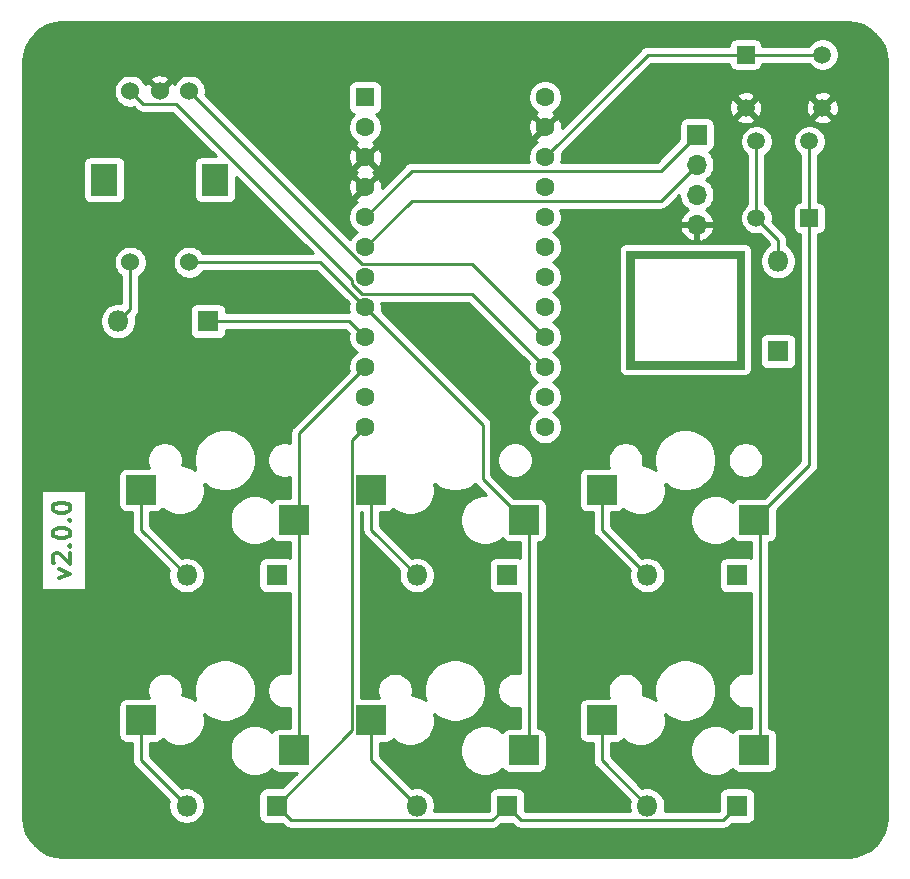
<source format=gtl>
%TF.GenerationSoftware,KiCad,Pcbnew,5.1.9-73d0e3b20d~88~ubuntu20.10.1*%
%TF.CreationDate,2021-04-11T15:21:24-07:00*%
%TF.ProjectId,macropad-v2_0_0,6d616372-6f70-4616-942d-76325f305f30,rev?*%
%TF.SameCoordinates,Original*%
%TF.FileFunction,Copper,L1,Top*%
%TF.FilePolarity,Positive*%
%FSLAX46Y46*%
G04 Gerber Fmt 4.6, Leading zero omitted, Abs format (unit mm)*
G04 Created by KiCad (PCBNEW 5.1.9-73d0e3b20d~88~ubuntu20.10.1) date 2021-04-11 15:21:24*
%MOMM*%
%LPD*%
G01*
G04 APERTURE LIST*
%TA.AperFunction,NonConductor*%
%ADD10C,0.300000*%
%TD*%
%TA.AperFunction,EtchedComponent*%
%ADD11C,0.010000*%
%TD*%
%TA.AperFunction,SMDPad,CuDef*%
%ADD12R,2.550000X2.500000*%
%TD*%
%TA.AperFunction,ComponentPad*%
%ADD13R,1.600000X1.600000*%
%TD*%
%TA.AperFunction,ComponentPad*%
%ADD14C,1.600000*%
%TD*%
%TA.AperFunction,ComponentPad*%
%ADD15R,1.700000X1.700000*%
%TD*%
%TA.AperFunction,ComponentPad*%
%ADD16O,1.700000X1.700000*%
%TD*%
%TA.AperFunction,ComponentPad*%
%ADD17C,1.524000*%
%TD*%
%TA.AperFunction,ComponentPad*%
%ADD18R,2.300000X2.700000*%
%TD*%
%TA.AperFunction,ComponentPad*%
%ADD19R,1.800000X1.800000*%
%TD*%
%TA.AperFunction,ComponentPad*%
%ADD20O,1.800000X1.800000*%
%TD*%
%TA.AperFunction,ComponentPad*%
%ADD21C,1.498000*%
%TD*%
%TA.AperFunction,ComponentPad*%
%ADD22R,1.498000X1.498000*%
%TD*%
%TA.AperFunction,Conductor*%
%ADD23C,0.250000*%
%TD*%
%TA.AperFunction,Conductor*%
%ADD24C,0.254000*%
%TD*%
%TA.AperFunction,Conductor*%
%ADD25C,0.100000*%
%TD*%
G04 APERTURE END LIST*
D10*
X103678571Y-147714285D02*
X104678571Y-147357142D01*
X103678571Y-147000000D01*
X103321428Y-146500000D02*
X103250000Y-146428571D01*
X103178571Y-146285714D01*
X103178571Y-145928571D01*
X103250000Y-145785714D01*
X103321428Y-145714285D01*
X103464285Y-145642857D01*
X103607142Y-145642857D01*
X103821428Y-145714285D01*
X104678571Y-146571428D01*
X104678571Y-145642857D01*
X104535714Y-145000000D02*
X104607142Y-144928571D01*
X104678571Y-145000000D01*
X104607142Y-145071428D01*
X104535714Y-145000000D01*
X104678571Y-145000000D01*
X103178571Y-144000000D02*
X103178571Y-143857142D01*
X103250000Y-143714285D01*
X103321428Y-143642857D01*
X103464285Y-143571428D01*
X103750000Y-143500000D01*
X104107142Y-143500000D01*
X104392857Y-143571428D01*
X104535714Y-143642857D01*
X104607142Y-143714285D01*
X104678571Y-143857142D01*
X104678571Y-144000000D01*
X104607142Y-144142857D01*
X104535714Y-144214285D01*
X104392857Y-144285714D01*
X104107142Y-144357142D01*
X103750000Y-144357142D01*
X103464285Y-144285714D01*
X103321428Y-144214285D01*
X103250000Y-144142857D01*
X103178571Y-144000000D01*
X104535714Y-142857142D02*
X104607142Y-142785714D01*
X104678571Y-142857142D01*
X104607142Y-142928571D01*
X104535714Y-142857142D01*
X104678571Y-142857142D01*
X103178571Y-141857142D02*
X103178571Y-141714285D01*
X103250000Y-141571428D01*
X103321428Y-141500000D01*
X103464285Y-141428571D01*
X103750000Y-141357142D01*
X104107142Y-141357142D01*
X104392857Y-141428571D01*
X104535714Y-141500000D01*
X104607142Y-141571428D01*
X104678571Y-141714285D01*
X104678571Y-141857142D01*
X104607142Y-142000000D01*
X104535714Y-142071428D01*
X104392857Y-142142857D01*
X104107142Y-142214285D01*
X103750000Y-142214285D01*
X103464285Y-142142857D01*
X103321428Y-142071428D01*
X103250000Y-142000000D01*
X103178571Y-141857142D01*
D11*
%TO.C,Ref\u002A\u002A*%
G36*
X161745333Y-129995333D02*
G01*
X151754667Y-129995333D01*
X151754667Y-120639667D01*
X152389667Y-120639667D01*
X152389667Y-129360333D01*
X161110333Y-129360333D01*
X161110333Y-120639667D01*
X152389667Y-120639667D01*
X151754667Y-120639667D01*
X151754667Y-120004667D01*
X161745333Y-120004667D01*
X161745333Y-129995333D01*
G37*
X161745333Y-129995333D02*
X151754667Y-129995333D01*
X151754667Y-120639667D01*
X152389667Y-120639667D01*
X152389667Y-129360333D01*
X161110333Y-129360333D01*
X161110333Y-120639667D01*
X152389667Y-120639667D01*
X151754667Y-120639667D01*
X151754667Y-120004667D01*
X161745333Y-120004667D01*
X161745333Y-129995333D01*
%TD*%
D12*
%TO.P,SW3,2*%
%TO.N,Col_2*%
X162592000Y-142830000D03*
%TO.P,SW3,1*%
%TO.N,Net-(D3-Pad2)*%
X149665000Y-140290000D03*
%TD*%
%TO.P,SW6,2*%
%TO.N,Col_2*%
X162592000Y-162330000D03*
%TO.P,SW6,1*%
%TO.N,Net-(D6-Pad2)*%
X149665000Y-159790000D03*
%TD*%
%TO.P,SW5,2*%
%TO.N,Col_1*%
X143092000Y-162330000D03*
%TO.P,SW5,1*%
%TO.N,Net-(D5-Pad2)*%
X130165000Y-159790000D03*
%TD*%
%TO.P,SW1,2*%
%TO.N,Col_0*%
X123592000Y-142830000D03*
%TO.P,SW1,1*%
%TO.N,Net-(D1-Pad2)*%
X110665000Y-140290000D03*
%TD*%
%TO.P,SW4,2*%
%TO.N,Col_0*%
X123592000Y-162330000D03*
%TO.P,SW4,1*%
%TO.N,Net-(D4-Pad2)*%
X110665000Y-159790000D03*
%TD*%
%TO.P,SW2,1*%
%TO.N,Net-(D2-Pad2)*%
X130165000Y-140290000D03*
%TO.P,SW2,2*%
%TO.N,Col_1*%
X143092000Y-142830000D03*
%TD*%
D13*
%TO.P,U1,1*%
%TO.N,Net-(U1-Pad1)*%
X129630000Y-107030000D03*
D14*
%TO.P,U1,2*%
%TO.N,Net-(U1-Pad2)*%
X129630000Y-109570000D03*
%TO.P,U1,3*%
%TO.N,GND*%
X129630000Y-112110000D03*
%TO.P,U1,4*%
X129630000Y-114650000D03*
%TO.P,U1,5*%
%TO.N,Net-(J1-Pad1)*%
X129630000Y-117190000D03*
%TO.P,U1,6*%
%TO.N,Net-(J1-Pad2)*%
X129630000Y-119730000D03*
%TO.P,U1,7*%
%TO.N,Col_2*%
X129630000Y-122270000D03*
%TO.P,U1,8*%
%TO.N,Col_1*%
X129630000Y-124810000D03*
%TO.P,U1,9*%
%TO.N,Row_Extra*%
X129630000Y-127350000D03*
%TO.P,U1,10*%
%TO.N,Col_0*%
X129630000Y-129890000D03*
%TO.P,U1,11*%
%TO.N,Row_0*%
X129630000Y-132430000D03*
%TO.P,U1,12*%
%TO.N,Row_1*%
X129630000Y-134970000D03*
%TO.P,U1,13*%
%TO.N,Net-(U1-Pad13)*%
X144870000Y-134970000D03*
%TO.P,U1,14*%
%TO.N,Net-(U1-Pad14)*%
X144870000Y-132430000D03*
%TO.P,U1,15*%
%TO.N,Net-(SW7-PadA)*%
X144870000Y-129890000D03*
%TO.P,U1,16*%
%TO.N,Net-(SW7-PadB)*%
X144870000Y-127350000D03*
%TO.P,U1,17*%
%TO.N,Net-(U1-Pad17)*%
X144870000Y-124810000D03*
%TO.P,U1,18*%
%TO.N,Net-(U1-Pad18)*%
X144870000Y-122270000D03*
%TO.P,U1,19*%
%TO.N,Net-(U1-Pad19)*%
X144870000Y-119730000D03*
%TO.P,U1,20*%
%TO.N,Net-(U1-Pad20)*%
X144870000Y-117190000D03*
%TO.P,U1,21*%
%TO.N,VCC*%
X144870000Y-114650000D03*
%TO.P,U1,22*%
%TO.N,Net-(SW9-Pad1)*%
X144870000Y-112110000D03*
%TO.P,U1,23*%
%TO.N,GND*%
X144870000Y-109570000D03*
%TO.P,U1,24*%
%TO.N,Net-(U1-Pad24)*%
X144870000Y-107030000D03*
%TD*%
D15*
%TO.P,J1,1*%
%TO.N,Net-(J1-Pad1)*%
X157730000Y-110190000D03*
D16*
%TO.P,J1,2*%
%TO.N,Net-(J1-Pad2)*%
X157730000Y-112730000D03*
%TO.P,J1,3*%
%TO.N,VCC*%
X157730000Y-115270000D03*
%TO.P,J1,4*%
%TO.N,GND*%
X157730000Y-117810000D03*
%TD*%
D17*
%TO.P,SW7,S2*%
%TO.N,Col_1*%
X114750000Y-121000000D03*
%TO.P,SW7,S1*%
%TO.N,Encoder_S1*%
X109750000Y-121000000D03*
%TO.P,SW7,B*%
%TO.N,Net-(SW7-PadB)*%
X114750000Y-106500000D03*
%TO.P,SW7,C*%
%TO.N,GND*%
X112250000Y-106500000D03*
%TO.P,SW7,A*%
%TO.N,Net-(SW7-PadA)*%
X109750000Y-106500000D03*
D18*
%TO.P,SW7,MP*%
%TO.N,N/C*%
X107550000Y-114000000D03*
X116950000Y-114000000D03*
%TD*%
D19*
%TO.P,D1,1*%
%TO.N,Row_0*%
X122135000Y-147500000D03*
D20*
%TO.P,D1,2*%
%TO.N,Net-(D1-Pad2)*%
X114515000Y-147500000D03*
%TD*%
%TO.P,D2,2*%
%TO.N,Net-(D2-Pad2)*%
X134015000Y-147500000D03*
D19*
%TO.P,D2,1*%
%TO.N,Row_0*%
X141635000Y-147500000D03*
%TD*%
%TO.P,D3,1*%
%TO.N,Row_0*%
X161135000Y-147500000D03*
D20*
%TO.P,D3,2*%
%TO.N,Net-(D3-Pad2)*%
X153515000Y-147500000D03*
%TD*%
%TO.P,D4,2*%
%TO.N,Net-(D4-Pad2)*%
X114515000Y-167000000D03*
D19*
%TO.P,D4,1*%
%TO.N,Row_1*%
X122135000Y-167000000D03*
%TD*%
%TO.P,D5,1*%
%TO.N,Row_1*%
X141635000Y-167000000D03*
D20*
%TO.P,D5,2*%
%TO.N,Net-(D5-Pad2)*%
X134015000Y-167000000D03*
%TD*%
%TO.P,D6,2*%
%TO.N,Net-(D6-Pad2)*%
X153515000Y-167000000D03*
D19*
%TO.P,D6,1*%
%TO.N,Row_1*%
X161135000Y-167000000D03*
%TD*%
D20*
%TO.P,D7,2*%
%TO.N,Encoder_S1*%
X108712000Y-125984000D03*
D19*
%TO.P,D7,1*%
%TO.N,Row_Extra*%
X116332000Y-125984000D03*
%TD*%
%TO.P,D8,1*%
%TO.N,Row_Extra*%
X164592000Y-128524000D03*
D20*
%TO.P,D8,2*%
%TO.N,Net-(D8-Pad2)*%
X164592000Y-120904000D03*
%TD*%
D21*
%TO.P,SW8,2*%
%TO.N,Col_2*%
X167250000Y-110750000D03*
%TO.P,SW8,4*%
%TO.N,Net-(D8-Pad2)*%
X162750000Y-110750000D03*
D22*
%TO.P,SW8,1*%
%TO.N,Col_2*%
X167250000Y-117250000D03*
D21*
%TO.P,SW8,3*%
%TO.N,Net-(D8-Pad2)*%
X162750000Y-117250000D03*
%TD*%
%TO.P,Reset,3*%
%TO.N,GND*%
X161850000Y-107914000D03*
D22*
%TO.P,Reset,1*%
%TO.N,Net-(SW9-Pad1)*%
X161850000Y-103414000D03*
D21*
%TO.P,Reset,4*%
%TO.N,GND*%
X168350000Y-107914000D03*
%TO.P,Reset,2*%
%TO.N,Net-(SW9-Pad1)*%
X168350000Y-103414000D03*
%TD*%
D23*
%TO.N,Net-(D1-Pad2)*%
X110665000Y-143650000D02*
X114515000Y-147500000D01*
X110665000Y-140290000D02*
X110665000Y-143650000D01*
%TO.N,Net-(D2-Pad2)*%
X130165000Y-143650000D02*
X134015000Y-147500000D01*
X130165000Y-140290000D02*
X130165000Y-143650000D01*
%TO.N,Net-(D3-Pad2)*%
X149665000Y-143650000D02*
X153515000Y-147500000D01*
X149665000Y-140290000D02*
X149665000Y-143650000D01*
%TO.N,Net-(D4-Pad2)*%
X110665000Y-163150000D02*
X114515000Y-167000000D01*
X110665000Y-159790000D02*
X110665000Y-163150000D01*
%TO.N,Net-(D5-Pad2)*%
X130165000Y-163150000D02*
X134015000Y-167000000D01*
X130165000Y-159790000D02*
X130165000Y-163150000D01*
%TO.N,Net-(D6-Pad2)*%
X149665000Y-163150000D02*
X153515000Y-167000000D01*
X149665000Y-159790000D02*
X149665000Y-163150000D01*
%TO.N,Net-(SW7-PadB)*%
X138664999Y-121144999D02*
X144870000Y-127350000D01*
X129394999Y-121144999D02*
X138664999Y-121144999D01*
X114750000Y-106500000D02*
X129394999Y-121144999D01*
%TO.N,Net-(SW7-PadA)*%
X138664999Y-123684999D02*
X144870000Y-129890000D01*
X129379997Y-123684999D02*
X138664999Y-123684999D01*
X128504999Y-122810001D02*
X129379997Y-123684999D01*
X128504999Y-122469997D02*
X128504999Y-122810001D01*
X113622003Y-107587001D02*
X128504999Y-122469997D01*
X110837001Y-107587001D02*
X113622003Y-107587001D01*
X109750000Y-106500000D02*
X110837001Y-107587001D01*
%TO.N,Net-(J1-Pad1)*%
X154684999Y-113235001D02*
X157730000Y-110190000D01*
X133584999Y-113235001D02*
X154684999Y-113235001D01*
X129630000Y-117190000D02*
X133584999Y-113235001D01*
%TO.N,Net-(J1-Pad2)*%
X130166002Y-119810000D02*
X129630000Y-119810000D01*
X133584999Y-115775001D02*
X129630000Y-119730000D01*
X154684999Y-115775001D02*
X133584999Y-115775001D01*
X157730000Y-112730000D02*
X154684999Y-115775001D01*
%TO.N,Row_1*%
X140409999Y-168225001D02*
X141635000Y-167000000D01*
X123360001Y-168225001D02*
X140409999Y-168225001D01*
X122135000Y-167000000D02*
X123360001Y-168225001D01*
X159909999Y-168225001D02*
X161135000Y-167000000D01*
X142860001Y-168225001D02*
X159909999Y-168225001D01*
X141635000Y-167000000D02*
X142860001Y-168225001D01*
X128564999Y-136035001D02*
X129630000Y-134970000D01*
X128564999Y-160570001D02*
X128564999Y-136035001D01*
X122135000Y-167000000D02*
X128564999Y-160570001D01*
%TO.N,Encoder_S1*%
X109750000Y-124946000D02*
X108712000Y-125984000D01*
X109750000Y-121000000D02*
X109750000Y-124946000D01*
%TO.N,Net-(D8-Pad2)*%
X164592000Y-119092000D02*
X162750000Y-117250000D01*
X164592000Y-120904000D02*
X164592000Y-119092000D01*
X162750000Y-117250000D02*
X162750000Y-110750000D01*
%TO.N,Col_0*%
X124030001Y-143268001D02*
X123592000Y-142830000D01*
X124030001Y-161891999D02*
X124030001Y-143268001D01*
X123592000Y-162330000D02*
X124030001Y-161891999D01*
X124030001Y-135489999D02*
X129630000Y-129890000D01*
X124030001Y-142391999D02*
X124030001Y-135489999D01*
X123592000Y-142830000D02*
X124030001Y-142391999D01*
%TO.N,Col_1*%
X143530001Y-143268001D02*
X143092000Y-142830000D01*
X143530001Y-161891999D02*
X143530001Y-143268001D01*
X143092000Y-162330000D02*
X143530001Y-161891999D01*
X125820000Y-121000000D02*
X129630000Y-124810000D01*
X114750000Y-121000000D02*
X125820000Y-121000000D01*
X139575001Y-139313001D02*
X143092000Y-142830000D01*
X139575001Y-134755001D02*
X139575001Y-139313001D01*
X129630000Y-124810000D02*
X139575001Y-134755001D01*
%TO.N,Col_2*%
X163030001Y-143268001D02*
X162592000Y-142830000D01*
X163030001Y-161891999D02*
X163030001Y-143268001D01*
X162592000Y-162330000D02*
X163030001Y-161891999D01*
X167250000Y-138172000D02*
X167250000Y-117250000D01*
X162592000Y-142830000D02*
X167250000Y-138172000D01*
X167250000Y-110750000D02*
X167250000Y-117250000D01*
%TO.N,Net-(SW9-Pad1)*%
X153566000Y-103414000D02*
X144870000Y-112110000D01*
X161850000Y-103414000D02*
X153566000Y-103414000D01*
X161850000Y-103414000D02*
X168350000Y-103414000D01*
%TO.N,Row_Extra*%
X128264000Y-125984000D02*
X129630000Y-127350000D01*
X116332000Y-125984000D02*
X128264000Y-125984000D01*
%TD*%
D24*
%TO.N,GND*%
X171143248Y-100751356D02*
X171761998Y-100938168D01*
X172332675Y-101241602D01*
X172833548Y-101650104D01*
X173245536Y-102148112D01*
X173552948Y-102716658D01*
X173744075Y-103334090D01*
X173815000Y-104008894D01*
X173815001Y-167966486D01*
X173748644Y-168643248D01*
X173561833Y-169261996D01*
X173258398Y-169832675D01*
X172849896Y-170333548D01*
X172351888Y-170745536D01*
X171783342Y-171052948D01*
X171165909Y-171244075D01*
X170491107Y-171315000D01*
X104033504Y-171315000D01*
X103356752Y-171248644D01*
X102738004Y-171061833D01*
X102167325Y-170758398D01*
X101666452Y-170349896D01*
X101254464Y-169851888D01*
X100947052Y-169283342D01*
X100755925Y-168665909D01*
X100685000Y-167991107D01*
X100685000Y-158540000D01*
X108751928Y-158540000D01*
X108751928Y-161040000D01*
X108764188Y-161164482D01*
X108800498Y-161284180D01*
X108859463Y-161394494D01*
X108938815Y-161491185D01*
X109035506Y-161570537D01*
X109145820Y-161629502D01*
X109265518Y-161665812D01*
X109390000Y-161678072D01*
X109905001Y-161678072D01*
X109905001Y-163112668D01*
X109901324Y-163150000D01*
X109915998Y-163298985D01*
X109959454Y-163442246D01*
X110030026Y-163574276D01*
X110101201Y-163661002D01*
X110125000Y-163690001D01*
X110153998Y-163713799D01*
X113031269Y-166591070D01*
X112980000Y-166848816D01*
X112980000Y-167151184D01*
X113038989Y-167447743D01*
X113154701Y-167727095D01*
X113322688Y-167978505D01*
X113536495Y-168192312D01*
X113787905Y-168360299D01*
X114067257Y-168476011D01*
X114363816Y-168535000D01*
X114666184Y-168535000D01*
X114962743Y-168476011D01*
X115242095Y-168360299D01*
X115493505Y-168192312D01*
X115707312Y-167978505D01*
X115875299Y-167727095D01*
X115991011Y-167447743D01*
X116050000Y-167151184D01*
X116050000Y-166848816D01*
X115991011Y-166552257D01*
X115875299Y-166272905D01*
X115707312Y-166021495D01*
X115493505Y-165807688D01*
X115242095Y-165639701D01*
X114962743Y-165523989D01*
X114666184Y-165465000D01*
X114363816Y-165465000D01*
X114106070Y-165516269D01*
X111425000Y-162835199D01*
X111425000Y-161678072D01*
X111940000Y-161678072D01*
X112064482Y-161665812D01*
X112184180Y-161629502D01*
X112294494Y-161570537D01*
X112391185Y-161491185D01*
X112470537Y-161394494D01*
X112489560Y-161358906D01*
X112579017Y-161448363D01*
X112928698Y-161682012D01*
X113317244Y-161842953D01*
X113729721Y-161925000D01*
X114150279Y-161925000D01*
X114562756Y-161842953D01*
X114951302Y-161682012D01*
X115300983Y-161448363D01*
X115598363Y-161150983D01*
X115832012Y-160801302D01*
X115992953Y-160412756D01*
X116075000Y-160000279D01*
X116075000Y-159579721D01*
X116005905Y-159232358D01*
X116070285Y-159296738D01*
X116501859Y-159585107D01*
X116981399Y-159783739D01*
X117490475Y-159885000D01*
X118009525Y-159885000D01*
X118518601Y-159783739D01*
X118998141Y-159585107D01*
X119429715Y-159296738D01*
X119796738Y-158929715D01*
X120085107Y-158498141D01*
X120283739Y-158018601D01*
X120385000Y-157509525D01*
X120385000Y-156990475D01*
X120283739Y-156481399D01*
X120085107Y-156001859D01*
X119796738Y-155570285D01*
X119429715Y-155203262D01*
X118998141Y-154914893D01*
X118518601Y-154716261D01*
X118009525Y-154615000D01*
X117490475Y-154615000D01*
X116981399Y-154716261D01*
X116501859Y-154914893D01*
X116070285Y-155203262D01*
X115703262Y-155570285D01*
X115414893Y-156001859D01*
X115216261Y-156481399D01*
X115115000Y-156990475D01*
X115115000Y-157509525D01*
X115216261Y-158018601D01*
X115248578Y-158096621D01*
X114951302Y-157897988D01*
X114562756Y-157737047D01*
X114150279Y-157655000D01*
X114129023Y-157655000D01*
X114180000Y-157398722D01*
X114180000Y-157101278D01*
X114121971Y-156809549D01*
X114008144Y-156534747D01*
X113842893Y-156287431D01*
X113632569Y-156077107D01*
X113385253Y-155911856D01*
X113110451Y-155798029D01*
X112818722Y-155740000D01*
X112521278Y-155740000D01*
X112229549Y-155798029D01*
X111954747Y-155911856D01*
X111707431Y-156077107D01*
X111497107Y-156287431D01*
X111331856Y-156534747D01*
X111218029Y-156809549D01*
X111160000Y-157101278D01*
X111160000Y-157398722D01*
X111218029Y-157690451D01*
X111305626Y-157901928D01*
X109390000Y-157901928D01*
X109265518Y-157914188D01*
X109145820Y-157950498D01*
X109035506Y-158009463D01*
X108938815Y-158088815D01*
X108859463Y-158185506D01*
X108800498Y-158295820D01*
X108764188Y-158415518D01*
X108751928Y-158540000D01*
X100685000Y-158540000D01*
X100685000Y-140286428D01*
X102210000Y-140286428D01*
X102210000Y-148713571D01*
X106030000Y-148713571D01*
X106030000Y-140286428D01*
X102210000Y-140286428D01*
X100685000Y-140286428D01*
X100685000Y-139040000D01*
X108751928Y-139040000D01*
X108751928Y-141540000D01*
X108764188Y-141664482D01*
X108800498Y-141784180D01*
X108859463Y-141894494D01*
X108938815Y-141991185D01*
X109035506Y-142070537D01*
X109145820Y-142129502D01*
X109265518Y-142165812D01*
X109390000Y-142178072D01*
X109905001Y-142178072D01*
X109905001Y-143612668D01*
X109901324Y-143650000D01*
X109915998Y-143798985D01*
X109959454Y-143942246D01*
X110030026Y-144074276D01*
X110101201Y-144161002D01*
X110125000Y-144190001D01*
X110153998Y-144213799D01*
X113031269Y-147091070D01*
X112980000Y-147348816D01*
X112980000Y-147651184D01*
X113038989Y-147947743D01*
X113154701Y-148227095D01*
X113322688Y-148478505D01*
X113536495Y-148692312D01*
X113787905Y-148860299D01*
X114067257Y-148976011D01*
X114363816Y-149035000D01*
X114666184Y-149035000D01*
X114962743Y-148976011D01*
X115242095Y-148860299D01*
X115493505Y-148692312D01*
X115707312Y-148478505D01*
X115875299Y-148227095D01*
X115991011Y-147947743D01*
X116050000Y-147651184D01*
X116050000Y-147348816D01*
X115991011Y-147052257D01*
X115875299Y-146772905D01*
X115707312Y-146521495D01*
X115493505Y-146307688D01*
X115242095Y-146139701D01*
X114962743Y-146023989D01*
X114666184Y-145965000D01*
X114363816Y-145965000D01*
X114106070Y-146016269D01*
X111425000Y-143335199D01*
X111425000Y-142178072D01*
X111940000Y-142178072D01*
X112064482Y-142165812D01*
X112184180Y-142129502D01*
X112294494Y-142070537D01*
X112391185Y-141991185D01*
X112470537Y-141894494D01*
X112489560Y-141858906D01*
X112579017Y-141948363D01*
X112928698Y-142182012D01*
X113317244Y-142342953D01*
X113729721Y-142425000D01*
X114150279Y-142425000D01*
X114562756Y-142342953D01*
X114951302Y-142182012D01*
X115300983Y-141948363D01*
X115598363Y-141650983D01*
X115832012Y-141301302D01*
X115992953Y-140912756D01*
X116075000Y-140500279D01*
X116075000Y-140079721D01*
X116005905Y-139732358D01*
X116070285Y-139796738D01*
X116501859Y-140085107D01*
X116981399Y-140283739D01*
X117490475Y-140385000D01*
X118009525Y-140385000D01*
X118518601Y-140283739D01*
X118998141Y-140085107D01*
X119429715Y-139796738D01*
X119796738Y-139429715D01*
X120085107Y-138998141D01*
X120283739Y-138518601D01*
X120385000Y-138009525D01*
X120385000Y-137490475D01*
X120283739Y-136981399D01*
X120085107Y-136501859D01*
X119796738Y-136070285D01*
X119429715Y-135703262D01*
X118998141Y-135414893D01*
X118518601Y-135216261D01*
X118009525Y-135115000D01*
X117490475Y-135115000D01*
X116981399Y-135216261D01*
X116501859Y-135414893D01*
X116070285Y-135703262D01*
X115703262Y-136070285D01*
X115414893Y-136501859D01*
X115216261Y-136981399D01*
X115115000Y-137490475D01*
X115115000Y-138009525D01*
X115216261Y-138518601D01*
X115248578Y-138596621D01*
X114951302Y-138397988D01*
X114562756Y-138237047D01*
X114150279Y-138155000D01*
X114129023Y-138155000D01*
X114180000Y-137898722D01*
X114180000Y-137601278D01*
X114121971Y-137309549D01*
X114008144Y-137034747D01*
X113842893Y-136787431D01*
X113632569Y-136577107D01*
X113385253Y-136411856D01*
X113110451Y-136298029D01*
X112818722Y-136240000D01*
X112521278Y-136240000D01*
X112229549Y-136298029D01*
X111954747Y-136411856D01*
X111707431Y-136577107D01*
X111497107Y-136787431D01*
X111331856Y-137034747D01*
X111218029Y-137309549D01*
X111160000Y-137601278D01*
X111160000Y-137898722D01*
X111218029Y-138190451D01*
X111305626Y-138401928D01*
X109390000Y-138401928D01*
X109265518Y-138414188D01*
X109145820Y-138450498D01*
X109035506Y-138509463D01*
X108938815Y-138588815D01*
X108859463Y-138685506D01*
X108800498Y-138795820D01*
X108764188Y-138915518D01*
X108751928Y-139040000D01*
X100685000Y-139040000D01*
X100685000Y-125832816D01*
X107177000Y-125832816D01*
X107177000Y-126135184D01*
X107235989Y-126431743D01*
X107351701Y-126711095D01*
X107519688Y-126962505D01*
X107733495Y-127176312D01*
X107984905Y-127344299D01*
X108264257Y-127460011D01*
X108560816Y-127519000D01*
X108863184Y-127519000D01*
X109159743Y-127460011D01*
X109439095Y-127344299D01*
X109690505Y-127176312D01*
X109904312Y-126962505D01*
X110072299Y-126711095D01*
X110188011Y-126431743D01*
X110247000Y-126135184D01*
X110247000Y-125832816D01*
X110195731Y-125575070D01*
X110261003Y-125509799D01*
X110290001Y-125486001D01*
X110384974Y-125370276D01*
X110455546Y-125238247D01*
X110499003Y-125094986D01*
X110510000Y-124983333D01*
X110510000Y-124983325D01*
X110513676Y-124946000D01*
X110510000Y-124908675D01*
X110510000Y-122172341D01*
X110640535Y-122085120D01*
X110835120Y-121890535D01*
X110988005Y-121661727D01*
X111093314Y-121407490D01*
X111147000Y-121137592D01*
X111147000Y-120862408D01*
X111093314Y-120592510D01*
X110988005Y-120338273D01*
X110835120Y-120109465D01*
X110640535Y-119914880D01*
X110411727Y-119761995D01*
X110157490Y-119656686D01*
X109887592Y-119603000D01*
X109612408Y-119603000D01*
X109342510Y-119656686D01*
X109088273Y-119761995D01*
X108859465Y-119914880D01*
X108664880Y-120109465D01*
X108511995Y-120338273D01*
X108406686Y-120592510D01*
X108353000Y-120862408D01*
X108353000Y-121137592D01*
X108406686Y-121407490D01*
X108511995Y-121661727D01*
X108664880Y-121890535D01*
X108859465Y-122085120D01*
X108990000Y-122172341D01*
X108990001Y-124474225D01*
X108863184Y-124449000D01*
X108560816Y-124449000D01*
X108264257Y-124507989D01*
X107984905Y-124623701D01*
X107733495Y-124791688D01*
X107519688Y-125005495D01*
X107351701Y-125256905D01*
X107235989Y-125536257D01*
X107177000Y-125832816D01*
X100685000Y-125832816D01*
X100685000Y-112650000D01*
X105761928Y-112650000D01*
X105761928Y-115350000D01*
X105774188Y-115474482D01*
X105810498Y-115594180D01*
X105869463Y-115704494D01*
X105948815Y-115801185D01*
X106045506Y-115880537D01*
X106155820Y-115939502D01*
X106275518Y-115975812D01*
X106400000Y-115988072D01*
X108700000Y-115988072D01*
X108824482Y-115975812D01*
X108944180Y-115939502D01*
X109054494Y-115880537D01*
X109151185Y-115801185D01*
X109230537Y-115704494D01*
X109289502Y-115594180D01*
X109325812Y-115474482D01*
X109338072Y-115350000D01*
X109338072Y-112650000D01*
X109325812Y-112525518D01*
X109289502Y-112405820D01*
X109230537Y-112295506D01*
X109151185Y-112198815D01*
X109054494Y-112119463D01*
X108944180Y-112060498D01*
X108824482Y-112024188D01*
X108700000Y-112011928D01*
X106400000Y-112011928D01*
X106275518Y-112024188D01*
X106155820Y-112060498D01*
X106045506Y-112119463D01*
X105948815Y-112198815D01*
X105869463Y-112295506D01*
X105810498Y-112405820D01*
X105774188Y-112525518D01*
X105761928Y-112650000D01*
X100685000Y-112650000D01*
X100685000Y-106362408D01*
X108353000Y-106362408D01*
X108353000Y-106637592D01*
X108406686Y-106907490D01*
X108511995Y-107161727D01*
X108664880Y-107390535D01*
X108859465Y-107585120D01*
X109088273Y-107738005D01*
X109342510Y-107843314D01*
X109612408Y-107897000D01*
X109887592Y-107897000D01*
X110041570Y-107866372D01*
X110273201Y-108098003D01*
X110297000Y-108127002D01*
X110325998Y-108150800D01*
X110412725Y-108221975D01*
X110544754Y-108292547D01*
X110688015Y-108336004D01*
X110837001Y-108350678D01*
X110874334Y-108347001D01*
X113307202Y-108347001D01*
X116972129Y-112011928D01*
X115800000Y-112011928D01*
X115675518Y-112024188D01*
X115555820Y-112060498D01*
X115445506Y-112119463D01*
X115348815Y-112198815D01*
X115269463Y-112295506D01*
X115210498Y-112405820D01*
X115174188Y-112525518D01*
X115161928Y-112650000D01*
X115161928Y-115350000D01*
X115174188Y-115474482D01*
X115210498Y-115594180D01*
X115269463Y-115704494D01*
X115348815Y-115801185D01*
X115445506Y-115880537D01*
X115555820Y-115939502D01*
X115675518Y-115975812D01*
X115800000Y-115988072D01*
X118100000Y-115988072D01*
X118224482Y-115975812D01*
X118344180Y-115939502D01*
X118454494Y-115880537D01*
X118551185Y-115801185D01*
X118630537Y-115704494D01*
X118689502Y-115594180D01*
X118725812Y-115474482D01*
X118738072Y-115350000D01*
X118738072Y-113777871D01*
X125200200Y-120240000D01*
X115922341Y-120240000D01*
X115835120Y-120109465D01*
X115640535Y-119914880D01*
X115411727Y-119761995D01*
X115157490Y-119656686D01*
X114887592Y-119603000D01*
X114612408Y-119603000D01*
X114342510Y-119656686D01*
X114088273Y-119761995D01*
X113859465Y-119914880D01*
X113664880Y-120109465D01*
X113511995Y-120338273D01*
X113406686Y-120592510D01*
X113353000Y-120862408D01*
X113353000Y-121137592D01*
X113406686Y-121407490D01*
X113511995Y-121661727D01*
X113664880Y-121890535D01*
X113859465Y-122085120D01*
X114088273Y-122238005D01*
X114342510Y-122343314D01*
X114612408Y-122397000D01*
X114887592Y-122397000D01*
X115157490Y-122343314D01*
X115411727Y-122238005D01*
X115640535Y-122085120D01*
X115835120Y-121890535D01*
X115922341Y-121760000D01*
X125505199Y-121760000D01*
X128231312Y-124486114D01*
X128195000Y-124668665D01*
X128195000Y-124951335D01*
X128248804Y-125221821D01*
X128226678Y-125224000D01*
X117870072Y-125224000D01*
X117870072Y-125084000D01*
X117857812Y-124959518D01*
X117821502Y-124839820D01*
X117762537Y-124729506D01*
X117683185Y-124632815D01*
X117586494Y-124553463D01*
X117476180Y-124494498D01*
X117356482Y-124458188D01*
X117232000Y-124445928D01*
X115432000Y-124445928D01*
X115307518Y-124458188D01*
X115187820Y-124494498D01*
X115077506Y-124553463D01*
X114980815Y-124632815D01*
X114901463Y-124729506D01*
X114842498Y-124839820D01*
X114806188Y-124959518D01*
X114793928Y-125084000D01*
X114793928Y-126884000D01*
X114806188Y-127008482D01*
X114842498Y-127128180D01*
X114901463Y-127238494D01*
X114980815Y-127335185D01*
X115077506Y-127414537D01*
X115187820Y-127473502D01*
X115307518Y-127509812D01*
X115432000Y-127522072D01*
X117232000Y-127522072D01*
X117356482Y-127509812D01*
X117476180Y-127473502D01*
X117586494Y-127414537D01*
X117683185Y-127335185D01*
X117762537Y-127238494D01*
X117821502Y-127128180D01*
X117857812Y-127008482D01*
X117870072Y-126884000D01*
X117870072Y-126744000D01*
X127949199Y-126744000D01*
X128231312Y-127026114D01*
X128195000Y-127208665D01*
X128195000Y-127491335D01*
X128250147Y-127768574D01*
X128358320Y-128029727D01*
X128515363Y-128264759D01*
X128715241Y-128464637D01*
X128947759Y-128620000D01*
X128715241Y-128775363D01*
X128515363Y-128975241D01*
X128358320Y-129210273D01*
X128250147Y-129471426D01*
X128195000Y-129748665D01*
X128195000Y-130031335D01*
X128231312Y-130213886D01*
X123518999Y-134926200D01*
X123490001Y-134949998D01*
X123466203Y-134978996D01*
X123466202Y-134978997D01*
X123395027Y-135065723D01*
X123324455Y-135197753D01*
X123280999Y-135341014D01*
X123266325Y-135489999D01*
X123270002Y-135527331D01*
X123270002Y-136297940D01*
X122978722Y-136240000D01*
X122681278Y-136240000D01*
X122389549Y-136298029D01*
X122114747Y-136411856D01*
X121867431Y-136577107D01*
X121657107Y-136787431D01*
X121491856Y-137034747D01*
X121378029Y-137309549D01*
X121320000Y-137601278D01*
X121320000Y-137898722D01*
X121378029Y-138190451D01*
X121491856Y-138465253D01*
X121657107Y-138712569D01*
X121867431Y-138922893D01*
X122114747Y-139088144D01*
X122389549Y-139201971D01*
X122681278Y-139260000D01*
X122978722Y-139260000D01*
X123270001Y-139202060D01*
X123270001Y-140941928D01*
X122317000Y-140941928D01*
X122192518Y-140954188D01*
X122072820Y-140990498D01*
X121962506Y-141049463D01*
X121865815Y-141128815D01*
X121786463Y-141225506D01*
X121758035Y-141278689D01*
X121650983Y-141171637D01*
X121301302Y-140937988D01*
X120912756Y-140777047D01*
X120500279Y-140695000D01*
X120079721Y-140695000D01*
X119667244Y-140777047D01*
X119278698Y-140937988D01*
X118929017Y-141171637D01*
X118631637Y-141469017D01*
X118397988Y-141818698D01*
X118237047Y-142207244D01*
X118155000Y-142619721D01*
X118155000Y-143040279D01*
X118237047Y-143452756D01*
X118397988Y-143841302D01*
X118631637Y-144190983D01*
X118929017Y-144488363D01*
X119278698Y-144722012D01*
X119667244Y-144882953D01*
X120079721Y-144965000D01*
X120500279Y-144965000D01*
X120912756Y-144882953D01*
X121301302Y-144722012D01*
X121650983Y-144488363D01*
X121758035Y-144381311D01*
X121786463Y-144434494D01*
X121865815Y-144531185D01*
X121962506Y-144610537D01*
X122072820Y-144669502D01*
X122192518Y-144705812D01*
X122317000Y-144718072D01*
X123270002Y-144718072D01*
X123270002Y-146007714D01*
X123159482Y-145974188D01*
X123035000Y-145961928D01*
X121235000Y-145961928D01*
X121110518Y-145974188D01*
X120990820Y-146010498D01*
X120880506Y-146069463D01*
X120783815Y-146148815D01*
X120704463Y-146245506D01*
X120645498Y-146355820D01*
X120609188Y-146475518D01*
X120596928Y-146600000D01*
X120596928Y-148400000D01*
X120609188Y-148524482D01*
X120645498Y-148644180D01*
X120704463Y-148754494D01*
X120783815Y-148851185D01*
X120880506Y-148930537D01*
X120990820Y-148989502D01*
X121110518Y-149025812D01*
X121235000Y-149038072D01*
X123035000Y-149038072D01*
X123159482Y-149025812D01*
X123270002Y-148992286D01*
X123270001Y-155797940D01*
X122978722Y-155740000D01*
X122681278Y-155740000D01*
X122389549Y-155798029D01*
X122114747Y-155911856D01*
X121867431Y-156077107D01*
X121657107Y-156287431D01*
X121491856Y-156534747D01*
X121378029Y-156809549D01*
X121320000Y-157101278D01*
X121320000Y-157398722D01*
X121378029Y-157690451D01*
X121491856Y-157965253D01*
X121657107Y-158212569D01*
X121867431Y-158422893D01*
X122114747Y-158588144D01*
X122389549Y-158701971D01*
X122681278Y-158760000D01*
X122978722Y-158760000D01*
X123270001Y-158702060D01*
X123270001Y-160441928D01*
X122317000Y-160441928D01*
X122192518Y-160454188D01*
X122072820Y-160490498D01*
X121962506Y-160549463D01*
X121865815Y-160628815D01*
X121786463Y-160725506D01*
X121758035Y-160778689D01*
X121650983Y-160671637D01*
X121301302Y-160437988D01*
X120912756Y-160277047D01*
X120500279Y-160195000D01*
X120079721Y-160195000D01*
X119667244Y-160277047D01*
X119278698Y-160437988D01*
X118929017Y-160671637D01*
X118631637Y-160969017D01*
X118397988Y-161318698D01*
X118237047Y-161707244D01*
X118155000Y-162119721D01*
X118155000Y-162540279D01*
X118237047Y-162952756D01*
X118397988Y-163341302D01*
X118631637Y-163690983D01*
X118929017Y-163988363D01*
X119278698Y-164222012D01*
X119667244Y-164382953D01*
X120079721Y-164465000D01*
X120500279Y-164465000D01*
X120912756Y-164382953D01*
X121301302Y-164222012D01*
X121650983Y-163988363D01*
X121758035Y-163881311D01*
X121786463Y-163934494D01*
X121865815Y-164031185D01*
X121962506Y-164110537D01*
X122072820Y-164169502D01*
X122192518Y-164205812D01*
X122317000Y-164218072D01*
X123842127Y-164218072D01*
X122598271Y-165461928D01*
X121235000Y-165461928D01*
X121110518Y-165474188D01*
X120990820Y-165510498D01*
X120880506Y-165569463D01*
X120783815Y-165648815D01*
X120704463Y-165745506D01*
X120645498Y-165855820D01*
X120609188Y-165975518D01*
X120596928Y-166100000D01*
X120596928Y-167900000D01*
X120609188Y-168024482D01*
X120645498Y-168144180D01*
X120704463Y-168254494D01*
X120783815Y-168351185D01*
X120880506Y-168430537D01*
X120990820Y-168489502D01*
X121110518Y-168525812D01*
X121235000Y-168538072D01*
X122598270Y-168538072D01*
X122796202Y-168736004D01*
X122820000Y-168765002D01*
X122848998Y-168788800D01*
X122935724Y-168859975D01*
X123042844Y-168917232D01*
X123067754Y-168930547D01*
X123211015Y-168974004D01*
X123322668Y-168985001D01*
X123322677Y-168985001D01*
X123360000Y-168988677D01*
X123397323Y-168985001D01*
X140372677Y-168985001D01*
X140409999Y-168988677D01*
X140447321Y-168985001D01*
X140447332Y-168985001D01*
X140558985Y-168974004D01*
X140702246Y-168930547D01*
X140834275Y-168859975D01*
X140950000Y-168765002D01*
X140973803Y-168735998D01*
X141171729Y-168538072D01*
X142098270Y-168538072D01*
X142296202Y-168736004D01*
X142320000Y-168765002D01*
X142348998Y-168788800D01*
X142435724Y-168859975D01*
X142542844Y-168917232D01*
X142567754Y-168930547D01*
X142711015Y-168974004D01*
X142822668Y-168985001D01*
X142822677Y-168985001D01*
X142860000Y-168988677D01*
X142897323Y-168985001D01*
X159872677Y-168985001D01*
X159909999Y-168988677D01*
X159947321Y-168985001D01*
X159947332Y-168985001D01*
X160058985Y-168974004D01*
X160202246Y-168930547D01*
X160334275Y-168859975D01*
X160450000Y-168765002D01*
X160473803Y-168735998D01*
X160671729Y-168538072D01*
X162035000Y-168538072D01*
X162159482Y-168525812D01*
X162279180Y-168489502D01*
X162389494Y-168430537D01*
X162486185Y-168351185D01*
X162565537Y-168254494D01*
X162624502Y-168144180D01*
X162660812Y-168024482D01*
X162673072Y-167900000D01*
X162673072Y-166100000D01*
X162660812Y-165975518D01*
X162624502Y-165855820D01*
X162565537Y-165745506D01*
X162486185Y-165648815D01*
X162389494Y-165569463D01*
X162279180Y-165510498D01*
X162159482Y-165474188D01*
X162035000Y-165461928D01*
X160235000Y-165461928D01*
X160110518Y-165474188D01*
X159990820Y-165510498D01*
X159880506Y-165569463D01*
X159783815Y-165648815D01*
X159704463Y-165745506D01*
X159645498Y-165855820D01*
X159609188Y-165975518D01*
X159596928Y-166100000D01*
X159596928Y-167463271D01*
X159595198Y-167465001D01*
X154983862Y-167465001D01*
X154991011Y-167447743D01*
X155050000Y-167151184D01*
X155050000Y-166848816D01*
X154991011Y-166552257D01*
X154875299Y-166272905D01*
X154707312Y-166021495D01*
X154493505Y-165807688D01*
X154242095Y-165639701D01*
X153962743Y-165523989D01*
X153666184Y-165465000D01*
X153363816Y-165465000D01*
X153106070Y-165516269D01*
X150425000Y-162835199D01*
X150425000Y-161678072D01*
X150940000Y-161678072D01*
X151064482Y-161665812D01*
X151184180Y-161629502D01*
X151294494Y-161570537D01*
X151391185Y-161491185D01*
X151470537Y-161394494D01*
X151489560Y-161358906D01*
X151579017Y-161448363D01*
X151928698Y-161682012D01*
X152317244Y-161842953D01*
X152729721Y-161925000D01*
X153150279Y-161925000D01*
X153562756Y-161842953D01*
X153951302Y-161682012D01*
X154300983Y-161448363D01*
X154598363Y-161150983D01*
X154832012Y-160801302D01*
X154992953Y-160412756D01*
X155075000Y-160000279D01*
X155075000Y-159579721D01*
X155005905Y-159232358D01*
X155070285Y-159296738D01*
X155501859Y-159585107D01*
X155981399Y-159783739D01*
X156490475Y-159885000D01*
X157009525Y-159885000D01*
X157518601Y-159783739D01*
X157998141Y-159585107D01*
X158429715Y-159296738D01*
X158796738Y-158929715D01*
X159085107Y-158498141D01*
X159283739Y-158018601D01*
X159385000Y-157509525D01*
X159385000Y-156990475D01*
X159283739Y-156481399D01*
X159085107Y-156001859D01*
X158796738Y-155570285D01*
X158429715Y-155203262D01*
X157998141Y-154914893D01*
X157518601Y-154716261D01*
X157009525Y-154615000D01*
X156490475Y-154615000D01*
X155981399Y-154716261D01*
X155501859Y-154914893D01*
X155070285Y-155203262D01*
X154703262Y-155570285D01*
X154414893Y-156001859D01*
X154216261Y-156481399D01*
X154115000Y-156990475D01*
X154115000Y-157509525D01*
X154216261Y-158018601D01*
X154248578Y-158096621D01*
X153951302Y-157897988D01*
X153562756Y-157737047D01*
X153150279Y-157655000D01*
X153129023Y-157655000D01*
X153180000Y-157398722D01*
X153180000Y-157101278D01*
X153121971Y-156809549D01*
X153008144Y-156534747D01*
X152842893Y-156287431D01*
X152632569Y-156077107D01*
X152385253Y-155911856D01*
X152110451Y-155798029D01*
X151818722Y-155740000D01*
X151521278Y-155740000D01*
X151229549Y-155798029D01*
X150954747Y-155911856D01*
X150707431Y-156077107D01*
X150497107Y-156287431D01*
X150331856Y-156534747D01*
X150218029Y-156809549D01*
X150160000Y-157101278D01*
X150160000Y-157398722D01*
X150218029Y-157690451D01*
X150305626Y-157901928D01*
X148390000Y-157901928D01*
X148265518Y-157914188D01*
X148145820Y-157950498D01*
X148035506Y-158009463D01*
X147938815Y-158088815D01*
X147859463Y-158185506D01*
X147800498Y-158295820D01*
X147764188Y-158415518D01*
X147751928Y-158540000D01*
X147751928Y-161040000D01*
X147764188Y-161164482D01*
X147800498Y-161284180D01*
X147859463Y-161394494D01*
X147938815Y-161491185D01*
X148035506Y-161570537D01*
X148145820Y-161629502D01*
X148265518Y-161665812D01*
X148390000Y-161678072D01*
X148905001Y-161678072D01*
X148905001Y-163112668D01*
X148901324Y-163150000D01*
X148915998Y-163298985D01*
X148959454Y-163442246D01*
X149030026Y-163574276D01*
X149101201Y-163661002D01*
X149125000Y-163690001D01*
X149153998Y-163713799D01*
X152031269Y-166591070D01*
X151980000Y-166848816D01*
X151980000Y-167151184D01*
X152038989Y-167447743D01*
X152046138Y-167465001D01*
X143174803Y-167465001D01*
X143173072Y-167463270D01*
X143173072Y-166100000D01*
X143160812Y-165975518D01*
X143124502Y-165855820D01*
X143065537Y-165745506D01*
X142986185Y-165648815D01*
X142889494Y-165569463D01*
X142779180Y-165510498D01*
X142659482Y-165474188D01*
X142535000Y-165461928D01*
X140735000Y-165461928D01*
X140610518Y-165474188D01*
X140490820Y-165510498D01*
X140380506Y-165569463D01*
X140283815Y-165648815D01*
X140204463Y-165745506D01*
X140145498Y-165855820D01*
X140109188Y-165975518D01*
X140096928Y-166100000D01*
X140096928Y-167463271D01*
X140095198Y-167465001D01*
X135483862Y-167465001D01*
X135491011Y-167447743D01*
X135550000Y-167151184D01*
X135550000Y-166848816D01*
X135491011Y-166552257D01*
X135375299Y-166272905D01*
X135207312Y-166021495D01*
X134993505Y-165807688D01*
X134742095Y-165639701D01*
X134462743Y-165523989D01*
X134166184Y-165465000D01*
X133863816Y-165465000D01*
X133606070Y-165516269D01*
X130925000Y-162835199D01*
X130925000Y-161678072D01*
X131440000Y-161678072D01*
X131564482Y-161665812D01*
X131684180Y-161629502D01*
X131794494Y-161570537D01*
X131891185Y-161491185D01*
X131970537Y-161394494D01*
X131989560Y-161358906D01*
X132079017Y-161448363D01*
X132428698Y-161682012D01*
X132817244Y-161842953D01*
X133229721Y-161925000D01*
X133650279Y-161925000D01*
X134062756Y-161842953D01*
X134451302Y-161682012D01*
X134800983Y-161448363D01*
X135098363Y-161150983D01*
X135332012Y-160801302D01*
X135492953Y-160412756D01*
X135575000Y-160000279D01*
X135575000Y-159579721D01*
X135505905Y-159232358D01*
X135570285Y-159296738D01*
X136001859Y-159585107D01*
X136481399Y-159783739D01*
X136990475Y-159885000D01*
X137509525Y-159885000D01*
X138018601Y-159783739D01*
X138498141Y-159585107D01*
X138929715Y-159296738D01*
X139296738Y-158929715D01*
X139585107Y-158498141D01*
X139783739Y-158018601D01*
X139885000Y-157509525D01*
X139885000Y-156990475D01*
X139783739Y-156481399D01*
X139585107Y-156001859D01*
X139296738Y-155570285D01*
X138929715Y-155203262D01*
X138498141Y-154914893D01*
X138018601Y-154716261D01*
X137509525Y-154615000D01*
X136990475Y-154615000D01*
X136481399Y-154716261D01*
X136001859Y-154914893D01*
X135570285Y-155203262D01*
X135203262Y-155570285D01*
X134914893Y-156001859D01*
X134716261Y-156481399D01*
X134615000Y-156990475D01*
X134615000Y-157509525D01*
X134716261Y-158018601D01*
X134748578Y-158096621D01*
X134451302Y-157897988D01*
X134062756Y-157737047D01*
X133650279Y-157655000D01*
X133629023Y-157655000D01*
X133680000Y-157398722D01*
X133680000Y-157101278D01*
X133621971Y-156809549D01*
X133508144Y-156534747D01*
X133342893Y-156287431D01*
X133132569Y-156077107D01*
X132885253Y-155911856D01*
X132610451Y-155798029D01*
X132318722Y-155740000D01*
X132021278Y-155740000D01*
X131729549Y-155798029D01*
X131454747Y-155911856D01*
X131207431Y-156077107D01*
X130997107Y-156287431D01*
X130831856Y-156534747D01*
X130718029Y-156809549D01*
X130660000Y-157101278D01*
X130660000Y-157398722D01*
X130718029Y-157690451D01*
X130805626Y-157901928D01*
X129324999Y-157901928D01*
X129324999Y-142178072D01*
X129405001Y-142178072D01*
X129405001Y-143612668D01*
X129401324Y-143650000D01*
X129415998Y-143798985D01*
X129459454Y-143942246D01*
X129530026Y-144074276D01*
X129601201Y-144161002D01*
X129625000Y-144190001D01*
X129653998Y-144213799D01*
X132531269Y-147091070D01*
X132480000Y-147348816D01*
X132480000Y-147651184D01*
X132538989Y-147947743D01*
X132654701Y-148227095D01*
X132822688Y-148478505D01*
X133036495Y-148692312D01*
X133287905Y-148860299D01*
X133567257Y-148976011D01*
X133863816Y-149035000D01*
X134166184Y-149035000D01*
X134462743Y-148976011D01*
X134742095Y-148860299D01*
X134993505Y-148692312D01*
X135207312Y-148478505D01*
X135375299Y-148227095D01*
X135491011Y-147947743D01*
X135550000Y-147651184D01*
X135550000Y-147348816D01*
X135491011Y-147052257D01*
X135375299Y-146772905D01*
X135207312Y-146521495D01*
X134993505Y-146307688D01*
X134742095Y-146139701D01*
X134462743Y-146023989D01*
X134166184Y-145965000D01*
X133863816Y-145965000D01*
X133606070Y-146016269D01*
X130925000Y-143335199D01*
X130925000Y-142178072D01*
X131440000Y-142178072D01*
X131564482Y-142165812D01*
X131684180Y-142129502D01*
X131794494Y-142070537D01*
X131891185Y-141991185D01*
X131970537Y-141894494D01*
X131989560Y-141858906D01*
X132079017Y-141948363D01*
X132428698Y-142182012D01*
X132817244Y-142342953D01*
X133229721Y-142425000D01*
X133650279Y-142425000D01*
X134062756Y-142342953D01*
X134451302Y-142182012D01*
X134800983Y-141948363D01*
X135098363Y-141650983D01*
X135332012Y-141301302D01*
X135492953Y-140912756D01*
X135575000Y-140500279D01*
X135575000Y-140079721D01*
X135505905Y-139732358D01*
X135570285Y-139796738D01*
X136001859Y-140085107D01*
X136481399Y-140283739D01*
X136990475Y-140385000D01*
X137509525Y-140385000D01*
X138018601Y-140283739D01*
X138498141Y-140085107D01*
X138929715Y-139796738D01*
X138962181Y-139764272D01*
X138988826Y-139796738D01*
X139035001Y-139853002D01*
X139063999Y-139876800D01*
X139882199Y-140695000D01*
X139579721Y-140695000D01*
X139167244Y-140777047D01*
X138778698Y-140937988D01*
X138429017Y-141171637D01*
X138131637Y-141469017D01*
X137897988Y-141818698D01*
X137737047Y-142207244D01*
X137655000Y-142619721D01*
X137655000Y-143040279D01*
X137737047Y-143452756D01*
X137897988Y-143841302D01*
X138131637Y-144190983D01*
X138429017Y-144488363D01*
X138778698Y-144722012D01*
X139167244Y-144882953D01*
X139579721Y-144965000D01*
X140000279Y-144965000D01*
X140412756Y-144882953D01*
X140801302Y-144722012D01*
X141150983Y-144488363D01*
X141258035Y-144381311D01*
X141286463Y-144434494D01*
X141365815Y-144531185D01*
X141462506Y-144610537D01*
X141572820Y-144669502D01*
X141692518Y-144705812D01*
X141817000Y-144718072D01*
X142770002Y-144718072D01*
X142770002Y-146007714D01*
X142659482Y-145974188D01*
X142535000Y-145961928D01*
X140735000Y-145961928D01*
X140610518Y-145974188D01*
X140490820Y-146010498D01*
X140380506Y-146069463D01*
X140283815Y-146148815D01*
X140204463Y-146245506D01*
X140145498Y-146355820D01*
X140109188Y-146475518D01*
X140096928Y-146600000D01*
X140096928Y-148400000D01*
X140109188Y-148524482D01*
X140145498Y-148644180D01*
X140204463Y-148754494D01*
X140283815Y-148851185D01*
X140380506Y-148930537D01*
X140490820Y-148989502D01*
X140610518Y-149025812D01*
X140735000Y-149038072D01*
X142535000Y-149038072D01*
X142659482Y-149025812D01*
X142770002Y-148992286D01*
X142770001Y-155797940D01*
X142478722Y-155740000D01*
X142181278Y-155740000D01*
X141889549Y-155798029D01*
X141614747Y-155911856D01*
X141367431Y-156077107D01*
X141157107Y-156287431D01*
X140991856Y-156534747D01*
X140878029Y-156809549D01*
X140820000Y-157101278D01*
X140820000Y-157398722D01*
X140878029Y-157690451D01*
X140991856Y-157965253D01*
X141157107Y-158212569D01*
X141367431Y-158422893D01*
X141614747Y-158588144D01*
X141889549Y-158701971D01*
X142181278Y-158760000D01*
X142478722Y-158760000D01*
X142770001Y-158702060D01*
X142770001Y-160441928D01*
X141817000Y-160441928D01*
X141692518Y-160454188D01*
X141572820Y-160490498D01*
X141462506Y-160549463D01*
X141365815Y-160628815D01*
X141286463Y-160725506D01*
X141258035Y-160778689D01*
X141150983Y-160671637D01*
X140801302Y-160437988D01*
X140412756Y-160277047D01*
X140000279Y-160195000D01*
X139579721Y-160195000D01*
X139167244Y-160277047D01*
X138778698Y-160437988D01*
X138429017Y-160671637D01*
X138131637Y-160969017D01*
X137897988Y-161318698D01*
X137737047Y-161707244D01*
X137655000Y-162119721D01*
X137655000Y-162540279D01*
X137737047Y-162952756D01*
X137897988Y-163341302D01*
X138131637Y-163690983D01*
X138429017Y-163988363D01*
X138778698Y-164222012D01*
X139167244Y-164382953D01*
X139579721Y-164465000D01*
X140000279Y-164465000D01*
X140412756Y-164382953D01*
X140801302Y-164222012D01*
X141150983Y-163988363D01*
X141258035Y-163881311D01*
X141286463Y-163934494D01*
X141365815Y-164031185D01*
X141462506Y-164110537D01*
X141572820Y-164169502D01*
X141692518Y-164205812D01*
X141817000Y-164218072D01*
X144367000Y-164218072D01*
X144491482Y-164205812D01*
X144611180Y-164169502D01*
X144721494Y-164110537D01*
X144818185Y-164031185D01*
X144897537Y-163934494D01*
X144956502Y-163824180D01*
X144992812Y-163704482D01*
X145005072Y-163580000D01*
X145005072Y-161080000D01*
X144992812Y-160955518D01*
X144956502Y-160835820D01*
X144897537Y-160725506D01*
X144818185Y-160628815D01*
X144721494Y-160549463D01*
X144611180Y-160490498D01*
X144491482Y-160454188D01*
X144367000Y-160441928D01*
X144290001Y-160441928D01*
X144290001Y-144718072D01*
X144367000Y-144718072D01*
X144491482Y-144705812D01*
X144611180Y-144669502D01*
X144721494Y-144610537D01*
X144818185Y-144531185D01*
X144897537Y-144434494D01*
X144956502Y-144324180D01*
X144992812Y-144204482D01*
X145005072Y-144080000D01*
X145005072Y-141580000D01*
X144992812Y-141455518D01*
X144956502Y-141335820D01*
X144897537Y-141225506D01*
X144818185Y-141128815D01*
X144721494Y-141049463D01*
X144611180Y-140990498D01*
X144491482Y-140954188D01*
X144367000Y-140941928D01*
X142278730Y-140941928D01*
X140335001Y-138998200D01*
X140335001Y-137601278D01*
X140820000Y-137601278D01*
X140820000Y-137898722D01*
X140878029Y-138190451D01*
X140991856Y-138465253D01*
X141157107Y-138712569D01*
X141367431Y-138922893D01*
X141614747Y-139088144D01*
X141889549Y-139201971D01*
X142181278Y-139260000D01*
X142478722Y-139260000D01*
X142770451Y-139201971D01*
X143045253Y-139088144D01*
X143117305Y-139040000D01*
X147751928Y-139040000D01*
X147751928Y-141540000D01*
X147764188Y-141664482D01*
X147800498Y-141784180D01*
X147859463Y-141894494D01*
X147938815Y-141991185D01*
X148035506Y-142070537D01*
X148145820Y-142129502D01*
X148265518Y-142165812D01*
X148390000Y-142178072D01*
X148905001Y-142178072D01*
X148905001Y-143612668D01*
X148901324Y-143650000D01*
X148915998Y-143798985D01*
X148959454Y-143942246D01*
X149030026Y-144074276D01*
X149101201Y-144161002D01*
X149125000Y-144190001D01*
X149153998Y-144213799D01*
X152031269Y-147091070D01*
X151980000Y-147348816D01*
X151980000Y-147651184D01*
X152038989Y-147947743D01*
X152154701Y-148227095D01*
X152322688Y-148478505D01*
X152536495Y-148692312D01*
X152787905Y-148860299D01*
X153067257Y-148976011D01*
X153363816Y-149035000D01*
X153666184Y-149035000D01*
X153962743Y-148976011D01*
X154242095Y-148860299D01*
X154493505Y-148692312D01*
X154707312Y-148478505D01*
X154875299Y-148227095D01*
X154991011Y-147947743D01*
X155050000Y-147651184D01*
X155050000Y-147348816D01*
X154991011Y-147052257D01*
X154875299Y-146772905D01*
X154707312Y-146521495D01*
X154493505Y-146307688D01*
X154242095Y-146139701D01*
X153962743Y-146023989D01*
X153666184Y-145965000D01*
X153363816Y-145965000D01*
X153106070Y-146016269D01*
X150425000Y-143335199D01*
X150425000Y-142619721D01*
X157155000Y-142619721D01*
X157155000Y-143040279D01*
X157237047Y-143452756D01*
X157397988Y-143841302D01*
X157631637Y-144190983D01*
X157929017Y-144488363D01*
X158278698Y-144722012D01*
X158667244Y-144882953D01*
X159079721Y-144965000D01*
X159500279Y-144965000D01*
X159912756Y-144882953D01*
X160301302Y-144722012D01*
X160650983Y-144488363D01*
X160758035Y-144381311D01*
X160786463Y-144434494D01*
X160865815Y-144531185D01*
X160962506Y-144610537D01*
X161072820Y-144669502D01*
X161192518Y-144705812D01*
X161317000Y-144718072D01*
X162270002Y-144718072D01*
X162270002Y-146007714D01*
X162159482Y-145974188D01*
X162035000Y-145961928D01*
X160235000Y-145961928D01*
X160110518Y-145974188D01*
X159990820Y-146010498D01*
X159880506Y-146069463D01*
X159783815Y-146148815D01*
X159704463Y-146245506D01*
X159645498Y-146355820D01*
X159609188Y-146475518D01*
X159596928Y-146600000D01*
X159596928Y-148400000D01*
X159609188Y-148524482D01*
X159645498Y-148644180D01*
X159704463Y-148754494D01*
X159783815Y-148851185D01*
X159880506Y-148930537D01*
X159990820Y-148989502D01*
X160110518Y-149025812D01*
X160235000Y-149038072D01*
X162035000Y-149038072D01*
X162159482Y-149025812D01*
X162270002Y-148992286D01*
X162270001Y-155797940D01*
X161978722Y-155740000D01*
X161681278Y-155740000D01*
X161389549Y-155798029D01*
X161114747Y-155911856D01*
X160867431Y-156077107D01*
X160657107Y-156287431D01*
X160491856Y-156534747D01*
X160378029Y-156809549D01*
X160320000Y-157101278D01*
X160320000Y-157398722D01*
X160378029Y-157690451D01*
X160491856Y-157965253D01*
X160657107Y-158212569D01*
X160867431Y-158422893D01*
X161114747Y-158588144D01*
X161389549Y-158701971D01*
X161681278Y-158760000D01*
X161978722Y-158760000D01*
X162270001Y-158702060D01*
X162270001Y-160441928D01*
X161317000Y-160441928D01*
X161192518Y-160454188D01*
X161072820Y-160490498D01*
X160962506Y-160549463D01*
X160865815Y-160628815D01*
X160786463Y-160725506D01*
X160758035Y-160778689D01*
X160650983Y-160671637D01*
X160301302Y-160437988D01*
X159912756Y-160277047D01*
X159500279Y-160195000D01*
X159079721Y-160195000D01*
X158667244Y-160277047D01*
X158278698Y-160437988D01*
X157929017Y-160671637D01*
X157631637Y-160969017D01*
X157397988Y-161318698D01*
X157237047Y-161707244D01*
X157155000Y-162119721D01*
X157155000Y-162540279D01*
X157237047Y-162952756D01*
X157397988Y-163341302D01*
X157631637Y-163690983D01*
X157929017Y-163988363D01*
X158278698Y-164222012D01*
X158667244Y-164382953D01*
X159079721Y-164465000D01*
X159500279Y-164465000D01*
X159912756Y-164382953D01*
X160301302Y-164222012D01*
X160650983Y-163988363D01*
X160758035Y-163881311D01*
X160786463Y-163934494D01*
X160865815Y-164031185D01*
X160962506Y-164110537D01*
X161072820Y-164169502D01*
X161192518Y-164205812D01*
X161317000Y-164218072D01*
X163867000Y-164218072D01*
X163991482Y-164205812D01*
X164111180Y-164169502D01*
X164221494Y-164110537D01*
X164318185Y-164031185D01*
X164397537Y-163934494D01*
X164456502Y-163824180D01*
X164492812Y-163704482D01*
X164505072Y-163580000D01*
X164505072Y-161080000D01*
X164492812Y-160955518D01*
X164456502Y-160835820D01*
X164397537Y-160725506D01*
X164318185Y-160628815D01*
X164221494Y-160549463D01*
X164111180Y-160490498D01*
X163991482Y-160454188D01*
X163867000Y-160441928D01*
X163790001Y-160441928D01*
X163790001Y-144718072D01*
X163867000Y-144718072D01*
X163991482Y-144705812D01*
X164111180Y-144669502D01*
X164221494Y-144610537D01*
X164318185Y-144531185D01*
X164397537Y-144434494D01*
X164456502Y-144324180D01*
X164492812Y-144204482D01*
X164505072Y-144080000D01*
X164505072Y-141991729D01*
X167761004Y-138735798D01*
X167790001Y-138712001D01*
X167884974Y-138596276D01*
X167955546Y-138464247D01*
X167999003Y-138320986D01*
X168010000Y-138209333D01*
X168010000Y-138209325D01*
X168013676Y-138172000D01*
X168010000Y-138134675D01*
X168010000Y-118635989D01*
X168123482Y-118624812D01*
X168243180Y-118588502D01*
X168353494Y-118529537D01*
X168450185Y-118450185D01*
X168529537Y-118353494D01*
X168588502Y-118243180D01*
X168624812Y-118123482D01*
X168637072Y-117999000D01*
X168637072Y-116501000D01*
X168624812Y-116376518D01*
X168588502Y-116256820D01*
X168529537Y-116146506D01*
X168450185Y-116049815D01*
X168353494Y-115970463D01*
X168243180Y-115911498D01*
X168123482Y-115875188D01*
X168010000Y-115864011D01*
X168010000Y-111906707D01*
X168132249Y-111825023D01*
X168325023Y-111632249D01*
X168476485Y-111405570D01*
X168580814Y-111153698D01*
X168634000Y-110886312D01*
X168634000Y-110613688D01*
X168580814Y-110346302D01*
X168476485Y-110094430D01*
X168325023Y-109867751D01*
X168132249Y-109674977D01*
X167905570Y-109523515D01*
X167653698Y-109419186D01*
X167386312Y-109366000D01*
X167113688Y-109366000D01*
X166846302Y-109419186D01*
X166594430Y-109523515D01*
X166367751Y-109674977D01*
X166174977Y-109867751D01*
X166023515Y-110094430D01*
X165919186Y-110346302D01*
X165866000Y-110613688D01*
X165866000Y-110886312D01*
X165919186Y-111153698D01*
X166023515Y-111405570D01*
X166174977Y-111632249D01*
X166367751Y-111825023D01*
X166490000Y-111906707D01*
X166490001Y-115864011D01*
X166376518Y-115875188D01*
X166256820Y-115911498D01*
X166146506Y-115970463D01*
X166049815Y-116049815D01*
X165970463Y-116146506D01*
X165911498Y-116256820D01*
X165875188Y-116376518D01*
X165862928Y-116501000D01*
X165862928Y-117999000D01*
X165875188Y-118123482D01*
X165911498Y-118243180D01*
X165970463Y-118353494D01*
X166049815Y-118450185D01*
X166146506Y-118529537D01*
X166256820Y-118588502D01*
X166376518Y-118624812D01*
X166490001Y-118635989D01*
X166490000Y-137857198D01*
X163405271Y-140941928D01*
X161317000Y-140941928D01*
X161192518Y-140954188D01*
X161072820Y-140990498D01*
X160962506Y-141049463D01*
X160865815Y-141128815D01*
X160786463Y-141225506D01*
X160758035Y-141278689D01*
X160650983Y-141171637D01*
X160301302Y-140937988D01*
X159912756Y-140777047D01*
X159500279Y-140695000D01*
X159079721Y-140695000D01*
X158667244Y-140777047D01*
X158278698Y-140937988D01*
X157929017Y-141171637D01*
X157631637Y-141469017D01*
X157397988Y-141818698D01*
X157237047Y-142207244D01*
X157155000Y-142619721D01*
X150425000Y-142619721D01*
X150425000Y-142178072D01*
X150940000Y-142178072D01*
X151064482Y-142165812D01*
X151184180Y-142129502D01*
X151294494Y-142070537D01*
X151391185Y-141991185D01*
X151470537Y-141894494D01*
X151489560Y-141858906D01*
X151579017Y-141948363D01*
X151928698Y-142182012D01*
X152317244Y-142342953D01*
X152729721Y-142425000D01*
X153150279Y-142425000D01*
X153562756Y-142342953D01*
X153951302Y-142182012D01*
X154300983Y-141948363D01*
X154598363Y-141650983D01*
X154832012Y-141301302D01*
X154992953Y-140912756D01*
X155075000Y-140500279D01*
X155075000Y-140079721D01*
X155005905Y-139732358D01*
X155070285Y-139796738D01*
X155501859Y-140085107D01*
X155981399Y-140283739D01*
X156490475Y-140385000D01*
X157009525Y-140385000D01*
X157518601Y-140283739D01*
X157998141Y-140085107D01*
X158429715Y-139796738D01*
X158796738Y-139429715D01*
X159085107Y-138998141D01*
X159283739Y-138518601D01*
X159385000Y-138009525D01*
X159385000Y-137601278D01*
X160320000Y-137601278D01*
X160320000Y-137898722D01*
X160378029Y-138190451D01*
X160491856Y-138465253D01*
X160657107Y-138712569D01*
X160867431Y-138922893D01*
X161114747Y-139088144D01*
X161389549Y-139201971D01*
X161681278Y-139260000D01*
X161978722Y-139260000D01*
X162270451Y-139201971D01*
X162545253Y-139088144D01*
X162792569Y-138922893D01*
X163002893Y-138712569D01*
X163168144Y-138465253D01*
X163281971Y-138190451D01*
X163340000Y-137898722D01*
X163340000Y-137601278D01*
X163281971Y-137309549D01*
X163168144Y-137034747D01*
X163002893Y-136787431D01*
X162792569Y-136577107D01*
X162545253Y-136411856D01*
X162270451Y-136298029D01*
X161978722Y-136240000D01*
X161681278Y-136240000D01*
X161389549Y-136298029D01*
X161114747Y-136411856D01*
X160867431Y-136577107D01*
X160657107Y-136787431D01*
X160491856Y-137034747D01*
X160378029Y-137309549D01*
X160320000Y-137601278D01*
X159385000Y-137601278D01*
X159385000Y-137490475D01*
X159283739Y-136981399D01*
X159085107Y-136501859D01*
X158796738Y-136070285D01*
X158429715Y-135703262D01*
X157998141Y-135414893D01*
X157518601Y-135216261D01*
X157009525Y-135115000D01*
X156490475Y-135115000D01*
X155981399Y-135216261D01*
X155501859Y-135414893D01*
X155070285Y-135703262D01*
X154703262Y-136070285D01*
X154414893Y-136501859D01*
X154216261Y-136981399D01*
X154115000Y-137490475D01*
X154115000Y-138009525D01*
X154216261Y-138518601D01*
X154248578Y-138596621D01*
X153951302Y-138397988D01*
X153562756Y-138237047D01*
X153150279Y-138155000D01*
X153129023Y-138155000D01*
X153180000Y-137898722D01*
X153180000Y-137601278D01*
X153121971Y-137309549D01*
X153008144Y-137034747D01*
X152842893Y-136787431D01*
X152632569Y-136577107D01*
X152385253Y-136411856D01*
X152110451Y-136298029D01*
X151818722Y-136240000D01*
X151521278Y-136240000D01*
X151229549Y-136298029D01*
X150954747Y-136411856D01*
X150707431Y-136577107D01*
X150497107Y-136787431D01*
X150331856Y-137034747D01*
X150218029Y-137309549D01*
X150160000Y-137601278D01*
X150160000Y-137898722D01*
X150218029Y-138190451D01*
X150305626Y-138401928D01*
X148390000Y-138401928D01*
X148265518Y-138414188D01*
X148145820Y-138450498D01*
X148035506Y-138509463D01*
X147938815Y-138588815D01*
X147859463Y-138685506D01*
X147800498Y-138795820D01*
X147764188Y-138915518D01*
X147751928Y-139040000D01*
X143117305Y-139040000D01*
X143292569Y-138922893D01*
X143502893Y-138712569D01*
X143668144Y-138465253D01*
X143781971Y-138190451D01*
X143840000Y-137898722D01*
X143840000Y-137601278D01*
X143781971Y-137309549D01*
X143668144Y-137034747D01*
X143502893Y-136787431D01*
X143292569Y-136577107D01*
X143045253Y-136411856D01*
X142770451Y-136298029D01*
X142478722Y-136240000D01*
X142181278Y-136240000D01*
X141889549Y-136298029D01*
X141614747Y-136411856D01*
X141367431Y-136577107D01*
X141157107Y-136787431D01*
X140991856Y-137034747D01*
X140878029Y-137309549D01*
X140820000Y-137601278D01*
X140335001Y-137601278D01*
X140335001Y-134792323D01*
X140338677Y-134755000D01*
X140335001Y-134717677D01*
X140335001Y-134717668D01*
X140324004Y-134606015D01*
X140280547Y-134462754D01*
X140209975Y-134330725D01*
X140115002Y-134215000D01*
X140086005Y-134191203D01*
X131028688Y-125133887D01*
X131065000Y-124951335D01*
X131065000Y-124668665D01*
X131020509Y-124444999D01*
X138350198Y-124444999D01*
X143471312Y-129566114D01*
X143435000Y-129748665D01*
X143435000Y-130031335D01*
X143490147Y-130308574D01*
X143598320Y-130569727D01*
X143755363Y-130804759D01*
X143955241Y-131004637D01*
X144187759Y-131160000D01*
X143955241Y-131315363D01*
X143755363Y-131515241D01*
X143598320Y-131750273D01*
X143490147Y-132011426D01*
X143435000Y-132288665D01*
X143435000Y-132571335D01*
X143490147Y-132848574D01*
X143598320Y-133109727D01*
X143755363Y-133344759D01*
X143955241Y-133544637D01*
X144187759Y-133700000D01*
X143955241Y-133855363D01*
X143755363Y-134055241D01*
X143598320Y-134290273D01*
X143490147Y-134551426D01*
X143435000Y-134828665D01*
X143435000Y-135111335D01*
X143490147Y-135388574D01*
X143598320Y-135649727D01*
X143755363Y-135884759D01*
X143955241Y-136084637D01*
X144190273Y-136241680D01*
X144451426Y-136349853D01*
X144728665Y-136405000D01*
X145011335Y-136405000D01*
X145288574Y-136349853D01*
X145549727Y-136241680D01*
X145784759Y-136084637D01*
X145984637Y-135884759D01*
X146141680Y-135649727D01*
X146249853Y-135388574D01*
X146305000Y-135111335D01*
X146305000Y-134828665D01*
X146249853Y-134551426D01*
X146141680Y-134290273D01*
X145984637Y-134055241D01*
X145784759Y-133855363D01*
X145552241Y-133700000D01*
X145784759Y-133544637D01*
X145984637Y-133344759D01*
X146141680Y-133109727D01*
X146249853Y-132848574D01*
X146305000Y-132571335D01*
X146305000Y-132288665D01*
X146249853Y-132011426D01*
X146141680Y-131750273D01*
X145984637Y-131515241D01*
X145784759Y-131315363D01*
X145552241Y-131160000D01*
X145784759Y-131004637D01*
X145984637Y-130804759D01*
X146141680Y-130569727D01*
X146249853Y-130308574D01*
X146305000Y-130031335D01*
X146305000Y-129748665D01*
X146249853Y-129471426D01*
X146141680Y-129210273D01*
X145984637Y-128975241D01*
X145784759Y-128775363D01*
X145552241Y-128620000D01*
X145784759Y-128464637D01*
X145984637Y-128264759D01*
X146141680Y-128029727D01*
X146249853Y-127768574D01*
X146305000Y-127491335D01*
X146305000Y-127208665D01*
X146249853Y-126931426D01*
X146141680Y-126670273D01*
X145984637Y-126435241D01*
X145784759Y-126235363D01*
X145552241Y-126080000D01*
X145784759Y-125924637D01*
X145984637Y-125724759D01*
X146141680Y-125489727D01*
X146249853Y-125228574D01*
X146305000Y-124951335D01*
X146305000Y-124668665D01*
X146249853Y-124391426D01*
X146141680Y-124130273D01*
X145984637Y-123895241D01*
X145784759Y-123695363D01*
X145552241Y-123540000D01*
X145784759Y-123384637D01*
X145984637Y-123184759D01*
X146141680Y-122949727D01*
X146249853Y-122688574D01*
X146305000Y-122411335D01*
X146305000Y-122128665D01*
X146249853Y-121851426D01*
X146141680Y-121590273D01*
X145984637Y-121355241D01*
X145784759Y-121155363D01*
X145552241Y-121000000D01*
X145784759Y-120844637D01*
X145984637Y-120644759D01*
X146141680Y-120409727D01*
X146249853Y-120148574D01*
X146278478Y-120004667D01*
X151114667Y-120004667D01*
X151114667Y-129995333D01*
X151120544Y-130055271D01*
X151126003Y-130115257D01*
X151126637Y-130117412D01*
X151126856Y-130119643D01*
X151144241Y-130177224D01*
X151161269Y-130235081D01*
X151162310Y-130237073D01*
X151162958Y-130239218D01*
X151191243Y-130292415D01*
X151219138Y-130345773D01*
X151220541Y-130347518D01*
X151221597Y-130349504D01*
X151259672Y-130396187D01*
X151297404Y-130443118D01*
X151299126Y-130444563D01*
X151300542Y-130446299D01*
X151346871Y-130484626D01*
X151393088Y-130523406D01*
X151395058Y-130524489D01*
X151396784Y-130525917D01*
X151449676Y-130554516D01*
X151502544Y-130583580D01*
X151504687Y-130584260D01*
X151506657Y-130585325D01*
X151564172Y-130603129D01*
X151621604Y-130621347D01*
X151623832Y-130621597D01*
X151625977Y-130622261D01*
X151685844Y-130628553D01*
X151745731Y-130635271D01*
X151750046Y-130635301D01*
X151750199Y-130635317D01*
X151750352Y-130635303D01*
X151754667Y-130635333D01*
X161745333Y-130635333D01*
X161805271Y-130629456D01*
X161865257Y-130623997D01*
X161867412Y-130623363D01*
X161869643Y-130623144D01*
X161927224Y-130605759D01*
X161985081Y-130588731D01*
X161987073Y-130587690D01*
X161989218Y-130587042D01*
X162042415Y-130558757D01*
X162095773Y-130530862D01*
X162097518Y-130529459D01*
X162099504Y-130528403D01*
X162146187Y-130490328D01*
X162193118Y-130452596D01*
X162194563Y-130450874D01*
X162196299Y-130449458D01*
X162234626Y-130403129D01*
X162273406Y-130356912D01*
X162274489Y-130354942D01*
X162275917Y-130353216D01*
X162304516Y-130300324D01*
X162333580Y-130247456D01*
X162334260Y-130245313D01*
X162335325Y-130243343D01*
X162353129Y-130185828D01*
X162371347Y-130128396D01*
X162371597Y-130126168D01*
X162372261Y-130124023D01*
X162378553Y-130064156D01*
X162385271Y-130004269D01*
X162385301Y-129999954D01*
X162385317Y-129999801D01*
X162385303Y-129999648D01*
X162385333Y-129995333D01*
X162385333Y-127624000D01*
X163053928Y-127624000D01*
X163053928Y-129424000D01*
X163066188Y-129548482D01*
X163102498Y-129668180D01*
X163161463Y-129778494D01*
X163240815Y-129875185D01*
X163337506Y-129954537D01*
X163447820Y-130013502D01*
X163567518Y-130049812D01*
X163692000Y-130062072D01*
X165492000Y-130062072D01*
X165616482Y-130049812D01*
X165736180Y-130013502D01*
X165846494Y-129954537D01*
X165943185Y-129875185D01*
X166022537Y-129778494D01*
X166081502Y-129668180D01*
X166117812Y-129548482D01*
X166130072Y-129424000D01*
X166130072Y-127624000D01*
X166117812Y-127499518D01*
X166081502Y-127379820D01*
X166022537Y-127269506D01*
X165943185Y-127172815D01*
X165846494Y-127093463D01*
X165736180Y-127034498D01*
X165616482Y-126998188D01*
X165492000Y-126985928D01*
X163692000Y-126985928D01*
X163567518Y-126998188D01*
X163447820Y-127034498D01*
X163337506Y-127093463D01*
X163240815Y-127172815D01*
X163161463Y-127269506D01*
X163102498Y-127379820D01*
X163066188Y-127499518D01*
X163053928Y-127624000D01*
X162385333Y-127624000D01*
X162385333Y-120004667D01*
X162379456Y-119944729D01*
X162373997Y-119884743D01*
X162373363Y-119882588D01*
X162373144Y-119880357D01*
X162355759Y-119822776D01*
X162338731Y-119764919D01*
X162337690Y-119762927D01*
X162337042Y-119760782D01*
X162308757Y-119707585D01*
X162280862Y-119654227D01*
X162279459Y-119652482D01*
X162278403Y-119650496D01*
X162240328Y-119603813D01*
X162202596Y-119556882D01*
X162200874Y-119555437D01*
X162199458Y-119553701D01*
X162153129Y-119515374D01*
X162106912Y-119476594D01*
X162104942Y-119475511D01*
X162103216Y-119474083D01*
X162050324Y-119445484D01*
X161997456Y-119416420D01*
X161995313Y-119415740D01*
X161993343Y-119414675D01*
X161935828Y-119396871D01*
X161878396Y-119378653D01*
X161876168Y-119378403D01*
X161874023Y-119377739D01*
X161814156Y-119371447D01*
X161754269Y-119364729D01*
X161749954Y-119364699D01*
X161749801Y-119364683D01*
X161749648Y-119364697D01*
X161745333Y-119364667D01*
X151754667Y-119364667D01*
X151694729Y-119370544D01*
X151634743Y-119376003D01*
X151632588Y-119376637D01*
X151630357Y-119376856D01*
X151572776Y-119394241D01*
X151514919Y-119411269D01*
X151512927Y-119412310D01*
X151510782Y-119412958D01*
X151457585Y-119441243D01*
X151404227Y-119469138D01*
X151402482Y-119470541D01*
X151400496Y-119471597D01*
X151353813Y-119509672D01*
X151306882Y-119547404D01*
X151305437Y-119549126D01*
X151303701Y-119550542D01*
X151265374Y-119596871D01*
X151226594Y-119643088D01*
X151225511Y-119645058D01*
X151224083Y-119646784D01*
X151195484Y-119699676D01*
X151166420Y-119752544D01*
X151165740Y-119754687D01*
X151164675Y-119756657D01*
X151146871Y-119814172D01*
X151128653Y-119871604D01*
X151128403Y-119873832D01*
X151127739Y-119875977D01*
X151121447Y-119935844D01*
X151114729Y-119995731D01*
X151114699Y-120000046D01*
X151114683Y-120000199D01*
X151114697Y-120000352D01*
X151114667Y-120004667D01*
X146278478Y-120004667D01*
X146305000Y-119871335D01*
X146305000Y-119588665D01*
X146249853Y-119311426D01*
X146141680Y-119050273D01*
X145984637Y-118815241D01*
X145784759Y-118615363D01*
X145552241Y-118460000D01*
X145784759Y-118304637D01*
X145922506Y-118166890D01*
X156288524Y-118166890D01*
X156333175Y-118314099D01*
X156458359Y-118576920D01*
X156632412Y-118810269D01*
X156848645Y-119005178D01*
X157098748Y-119154157D01*
X157373109Y-119251481D01*
X157603000Y-119130814D01*
X157603000Y-117937000D01*
X157857000Y-117937000D01*
X157857000Y-119130814D01*
X158086891Y-119251481D01*
X158361252Y-119154157D01*
X158611355Y-119005178D01*
X158827588Y-118810269D01*
X159001641Y-118576920D01*
X159126825Y-118314099D01*
X159171476Y-118166890D01*
X159050155Y-117937000D01*
X157857000Y-117937000D01*
X157603000Y-117937000D01*
X156409845Y-117937000D01*
X156288524Y-118166890D01*
X145922506Y-118166890D01*
X145984637Y-118104759D01*
X146141680Y-117869727D01*
X146249853Y-117608574D01*
X146305000Y-117331335D01*
X146305000Y-117048665D01*
X146249853Y-116771426D01*
X146151923Y-116535001D01*
X154647677Y-116535001D01*
X154684999Y-116538677D01*
X154722321Y-116535001D01*
X154722332Y-116535001D01*
X154833985Y-116524004D01*
X154977246Y-116480547D01*
X155109275Y-116409975D01*
X155225000Y-116315002D01*
X155248803Y-116285998D01*
X156245000Y-115289801D01*
X156245000Y-115416260D01*
X156302068Y-115703158D01*
X156414010Y-115973411D01*
X156576525Y-116216632D01*
X156783368Y-116423475D01*
X156965534Y-116545195D01*
X156848645Y-116614822D01*
X156632412Y-116809731D01*
X156458359Y-117043080D01*
X156333175Y-117305901D01*
X156288524Y-117453110D01*
X156409845Y-117683000D01*
X157603000Y-117683000D01*
X157603000Y-117663000D01*
X157857000Y-117663000D01*
X157857000Y-117683000D01*
X159050155Y-117683000D01*
X159171476Y-117453110D01*
X159126825Y-117305901D01*
X159001641Y-117043080D01*
X158827588Y-116809731D01*
X158611355Y-116614822D01*
X158494466Y-116545195D01*
X158676632Y-116423475D01*
X158883475Y-116216632D01*
X159045990Y-115973411D01*
X159157932Y-115703158D01*
X159215000Y-115416260D01*
X159215000Y-115123740D01*
X159157932Y-114836842D01*
X159045990Y-114566589D01*
X158883475Y-114323368D01*
X158676632Y-114116525D01*
X158502240Y-114000000D01*
X158676632Y-113883475D01*
X158883475Y-113676632D01*
X159045990Y-113433411D01*
X159157932Y-113163158D01*
X159215000Y-112876260D01*
X159215000Y-112583740D01*
X159157932Y-112296842D01*
X159045990Y-112026589D01*
X158883475Y-111783368D01*
X158751620Y-111651513D01*
X158824180Y-111629502D01*
X158934494Y-111570537D01*
X159031185Y-111491185D01*
X159110537Y-111394494D01*
X159169502Y-111284180D01*
X159205812Y-111164482D01*
X159218072Y-111040000D01*
X159218072Y-110613688D01*
X161366000Y-110613688D01*
X161366000Y-110886312D01*
X161419186Y-111153698D01*
X161523515Y-111405570D01*
X161674977Y-111632249D01*
X161867751Y-111825023D01*
X161990001Y-111906708D01*
X161990000Y-116093293D01*
X161867751Y-116174977D01*
X161674977Y-116367751D01*
X161523515Y-116594430D01*
X161419186Y-116846302D01*
X161366000Y-117113688D01*
X161366000Y-117386312D01*
X161419186Y-117653698D01*
X161523515Y-117905570D01*
X161674977Y-118132249D01*
X161867751Y-118325023D01*
X162094430Y-118476485D01*
X162346302Y-118580814D01*
X162613688Y-118634000D01*
X162886312Y-118634000D01*
X163030515Y-118605317D01*
X163832001Y-119406804D01*
X163832001Y-119565687D01*
X163613495Y-119711688D01*
X163399688Y-119925495D01*
X163231701Y-120176905D01*
X163115989Y-120456257D01*
X163057000Y-120752816D01*
X163057000Y-121055184D01*
X163115989Y-121351743D01*
X163231701Y-121631095D01*
X163399688Y-121882505D01*
X163613495Y-122096312D01*
X163864905Y-122264299D01*
X164144257Y-122380011D01*
X164440816Y-122439000D01*
X164743184Y-122439000D01*
X165039743Y-122380011D01*
X165319095Y-122264299D01*
X165570505Y-122096312D01*
X165784312Y-121882505D01*
X165952299Y-121631095D01*
X166068011Y-121351743D01*
X166127000Y-121055184D01*
X166127000Y-120752816D01*
X166068011Y-120456257D01*
X165952299Y-120176905D01*
X165784312Y-119925495D01*
X165570505Y-119711688D01*
X165352000Y-119565687D01*
X165352000Y-119129322D01*
X165355676Y-119091999D01*
X165352000Y-119054676D01*
X165352000Y-119054667D01*
X165341003Y-118943014D01*
X165297546Y-118799753D01*
X165226974Y-118667724D01*
X165201819Y-118637072D01*
X165155799Y-118580996D01*
X165155795Y-118580992D01*
X165132001Y-118551999D01*
X165103008Y-118528205D01*
X164105317Y-117530515D01*
X164134000Y-117386312D01*
X164134000Y-117113688D01*
X164080814Y-116846302D01*
X163976485Y-116594430D01*
X163825023Y-116367751D01*
X163632249Y-116174977D01*
X163510000Y-116093293D01*
X163510000Y-111906707D01*
X163632249Y-111825023D01*
X163825023Y-111632249D01*
X163976485Y-111405570D01*
X164080814Y-111153698D01*
X164134000Y-110886312D01*
X164134000Y-110613688D01*
X164080814Y-110346302D01*
X163976485Y-110094430D01*
X163825023Y-109867751D01*
X163632249Y-109674977D01*
X163405570Y-109523515D01*
X163153698Y-109419186D01*
X162886312Y-109366000D01*
X162613688Y-109366000D01*
X162346302Y-109419186D01*
X162094430Y-109523515D01*
X161867751Y-109674977D01*
X161674977Y-109867751D01*
X161523515Y-110094430D01*
X161419186Y-110346302D01*
X161366000Y-110613688D01*
X159218072Y-110613688D01*
X159218072Y-109340000D01*
X159205812Y-109215518D01*
X159169502Y-109095820D01*
X159110537Y-108985506D01*
X159031185Y-108888815D01*
X159008599Y-108870279D01*
X161073326Y-108870279D01*
X161138729Y-109109045D01*
X161385538Y-109224845D01*
X161650195Y-109290270D01*
X161922531Y-109302805D01*
X162192081Y-109261970D01*
X162448484Y-109169332D01*
X162561271Y-109109045D01*
X162626674Y-108870279D01*
X167573326Y-108870279D01*
X167638729Y-109109045D01*
X167885538Y-109224845D01*
X168150195Y-109290270D01*
X168422531Y-109302805D01*
X168692081Y-109261970D01*
X168948484Y-109169332D01*
X169061271Y-109109045D01*
X169126674Y-108870279D01*
X168350000Y-108093605D01*
X167573326Y-108870279D01*
X162626674Y-108870279D01*
X161850000Y-108093605D01*
X161073326Y-108870279D01*
X159008599Y-108870279D01*
X158934494Y-108809463D01*
X158824180Y-108750498D01*
X158704482Y-108714188D01*
X158580000Y-108701928D01*
X156880000Y-108701928D01*
X156755518Y-108714188D01*
X156635820Y-108750498D01*
X156525506Y-108809463D01*
X156428815Y-108888815D01*
X156349463Y-108985506D01*
X156290498Y-109095820D01*
X156254188Y-109215518D01*
X156241928Y-109340000D01*
X156241928Y-110603270D01*
X154370198Y-112475001D01*
X146260509Y-112475001D01*
X146305000Y-112251335D01*
X146305000Y-111968665D01*
X146268688Y-111786113D01*
X150068270Y-107986531D01*
X160461195Y-107986531D01*
X160502030Y-108256081D01*
X160594668Y-108512484D01*
X160654955Y-108625271D01*
X160893721Y-108690674D01*
X161670395Y-107914000D01*
X162029605Y-107914000D01*
X162806279Y-108690674D01*
X163045045Y-108625271D01*
X163160845Y-108378462D01*
X163226270Y-108113805D01*
X163232128Y-107986531D01*
X166961195Y-107986531D01*
X167002030Y-108256081D01*
X167094668Y-108512484D01*
X167154955Y-108625271D01*
X167393721Y-108690674D01*
X168170395Y-107914000D01*
X168529605Y-107914000D01*
X169306279Y-108690674D01*
X169545045Y-108625271D01*
X169660845Y-108378462D01*
X169726270Y-108113805D01*
X169738805Y-107841469D01*
X169697970Y-107571919D01*
X169605332Y-107315516D01*
X169545045Y-107202729D01*
X169306279Y-107137326D01*
X168529605Y-107914000D01*
X168170395Y-107914000D01*
X167393721Y-107137326D01*
X167154955Y-107202729D01*
X167039155Y-107449538D01*
X166973730Y-107714195D01*
X166961195Y-107986531D01*
X163232128Y-107986531D01*
X163238805Y-107841469D01*
X163197970Y-107571919D01*
X163105332Y-107315516D01*
X163045045Y-107202729D01*
X162806279Y-107137326D01*
X162029605Y-107914000D01*
X161670395Y-107914000D01*
X160893721Y-107137326D01*
X160654955Y-107202729D01*
X160539155Y-107449538D01*
X160473730Y-107714195D01*
X160461195Y-107986531D01*
X150068270Y-107986531D01*
X151097080Y-106957721D01*
X161073326Y-106957721D01*
X161850000Y-107734395D01*
X162626674Y-106957721D01*
X167573326Y-106957721D01*
X168350000Y-107734395D01*
X169126674Y-106957721D01*
X169061271Y-106718955D01*
X168814462Y-106603155D01*
X168549805Y-106537730D01*
X168277469Y-106525195D01*
X168007919Y-106566030D01*
X167751516Y-106658668D01*
X167638729Y-106718955D01*
X167573326Y-106957721D01*
X162626674Y-106957721D01*
X162561271Y-106718955D01*
X162314462Y-106603155D01*
X162049805Y-106537730D01*
X161777469Y-106525195D01*
X161507919Y-106566030D01*
X161251516Y-106658668D01*
X161138729Y-106718955D01*
X161073326Y-106957721D01*
X151097080Y-106957721D01*
X153880802Y-104174000D01*
X160464011Y-104174000D01*
X160475188Y-104287482D01*
X160511498Y-104407180D01*
X160570463Y-104517494D01*
X160649815Y-104614185D01*
X160746506Y-104693537D01*
X160856820Y-104752502D01*
X160976518Y-104788812D01*
X161101000Y-104801072D01*
X162599000Y-104801072D01*
X162723482Y-104788812D01*
X162843180Y-104752502D01*
X162953494Y-104693537D01*
X163050185Y-104614185D01*
X163129537Y-104517494D01*
X163188502Y-104407180D01*
X163224812Y-104287482D01*
X163235989Y-104174000D01*
X167193293Y-104174000D01*
X167274977Y-104296249D01*
X167467751Y-104489023D01*
X167694430Y-104640485D01*
X167946302Y-104744814D01*
X168213688Y-104798000D01*
X168486312Y-104798000D01*
X168753698Y-104744814D01*
X169005570Y-104640485D01*
X169232249Y-104489023D01*
X169425023Y-104296249D01*
X169576485Y-104069570D01*
X169680814Y-103817698D01*
X169734000Y-103550312D01*
X169734000Y-103277688D01*
X169680814Y-103010302D01*
X169576485Y-102758430D01*
X169425023Y-102531751D01*
X169232249Y-102338977D01*
X169005570Y-102187515D01*
X168753698Y-102083186D01*
X168486312Y-102030000D01*
X168213688Y-102030000D01*
X167946302Y-102083186D01*
X167694430Y-102187515D01*
X167467751Y-102338977D01*
X167274977Y-102531751D01*
X167193293Y-102654000D01*
X163235989Y-102654000D01*
X163224812Y-102540518D01*
X163188502Y-102420820D01*
X163129537Y-102310506D01*
X163050185Y-102213815D01*
X162953494Y-102134463D01*
X162843180Y-102075498D01*
X162723482Y-102039188D01*
X162599000Y-102026928D01*
X161101000Y-102026928D01*
X160976518Y-102039188D01*
X160856820Y-102075498D01*
X160746506Y-102134463D01*
X160649815Y-102213815D01*
X160570463Y-102310506D01*
X160511498Y-102420820D01*
X160475188Y-102540518D01*
X160464011Y-102654000D01*
X153603322Y-102654000D01*
X153565999Y-102650324D01*
X153528676Y-102654000D01*
X153528667Y-102654000D01*
X153417014Y-102664997D01*
X153273753Y-102708454D01*
X153141723Y-102779026D01*
X153109198Y-102805719D01*
X153025999Y-102873999D01*
X153002201Y-102902997D01*
X146305266Y-109599933D01*
X146310217Y-109499488D01*
X146268787Y-109219870D01*
X146173603Y-108953708D01*
X146106671Y-108828486D01*
X145862702Y-108756903D01*
X145049605Y-109570000D01*
X145063748Y-109584143D01*
X144884143Y-109763748D01*
X144870000Y-109749605D01*
X144056903Y-110562702D01*
X144128486Y-110806671D01*
X144192992Y-110837194D01*
X144190273Y-110838320D01*
X143955241Y-110995363D01*
X143755363Y-111195241D01*
X143598320Y-111430273D01*
X143490147Y-111691426D01*
X143435000Y-111968665D01*
X143435000Y-112251335D01*
X143479491Y-112475001D01*
X133622321Y-112475001D01*
X133584998Y-112471325D01*
X133547675Y-112475001D01*
X133547666Y-112475001D01*
X133436013Y-112485998D01*
X133292752Y-112529455D01*
X133160723Y-112600027D01*
X133044998Y-112695000D01*
X133021200Y-112723998D01*
X131065266Y-114679933D01*
X131070217Y-114579488D01*
X131028787Y-114299870D01*
X130933603Y-114033708D01*
X130866671Y-113908486D01*
X130622702Y-113836903D01*
X129809605Y-114650000D01*
X129823748Y-114664143D01*
X129644143Y-114843748D01*
X129630000Y-114829605D01*
X128816903Y-115642702D01*
X128888486Y-115886671D01*
X128952992Y-115917194D01*
X128950273Y-115918320D01*
X128715241Y-116075363D01*
X128515363Y-116275241D01*
X128358320Y-116510273D01*
X128250147Y-116771426D01*
X128195000Y-117048665D01*
X128195000Y-117331335D01*
X128250147Y-117608574D01*
X128358320Y-117869727D01*
X128515363Y-118104759D01*
X128715241Y-118304637D01*
X128947759Y-118460000D01*
X128715241Y-118615363D01*
X128515363Y-118815241D01*
X128365031Y-119040229D01*
X124045314Y-114720512D01*
X128189783Y-114720512D01*
X128231213Y-115000130D01*
X128326397Y-115266292D01*
X128393329Y-115391514D01*
X128637298Y-115463097D01*
X129450395Y-114650000D01*
X128637298Y-113836903D01*
X128393329Y-113908486D01*
X128272429Y-114163996D01*
X128203700Y-114438184D01*
X128189783Y-114720512D01*
X124045314Y-114720512D01*
X122427504Y-113102702D01*
X128816903Y-113102702D01*
X128888486Y-113346671D01*
X128954636Y-113377971D01*
X128888486Y-113413329D01*
X128816903Y-113657298D01*
X129630000Y-114470395D01*
X130443097Y-113657298D01*
X130371514Y-113413329D01*
X130305364Y-113382029D01*
X130371514Y-113346671D01*
X130443097Y-113102702D01*
X129630000Y-112289605D01*
X128816903Y-113102702D01*
X122427504Y-113102702D01*
X121505314Y-112180512D01*
X128189783Y-112180512D01*
X128231213Y-112460130D01*
X128326397Y-112726292D01*
X128393329Y-112851514D01*
X128637298Y-112923097D01*
X129450395Y-112110000D01*
X129809605Y-112110000D01*
X130622702Y-112923097D01*
X130866671Y-112851514D01*
X130987571Y-112596004D01*
X131056300Y-112321816D01*
X131070217Y-112039488D01*
X131028787Y-111759870D01*
X130933603Y-111493708D01*
X130866671Y-111368486D01*
X130622702Y-111296903D01*
X129809605Y-112110000D01*
X129450395Y-112110000D01*
X128637298Y-111296903D01*
X128393329Y-111368486D01*
X128272429Y-111623996D01*
X128203700Y-111898184D01*
X128189783Y-112180512D01*
X121505314Y-112180512D01*
X116116372Y-106791571D01*
X116147000Y-106637592D01*
X116147000Y-106362408D01*
X116120663Y-106230000D01*
X128191928Y-106230000D01*
X128191928Y-107830000D01*
X128204188Y-107954482D01*
X128240498Y-108074180D01*
X128299463Y-108184494D01*
X128378815Y-108281185D01*
X128475506Y-108360537D01*
X128585820Y-108419502D01*
X128705518Y-108455812D01*
X128713961Y-108456643D01*
X128515363Y-108655241D01*
X128358320Y-108890273D01*
X128250147Y-109151426D01*
X128195000Y-109428665D01*
X128195000Y-109711335D01*
X128250147Y-109988574D01*
X128358320Y-110249727D01*
X128515363Y-110484759D01*
X128715241Y-110684637D01*
X128949128Y-110840915D01*
X128888486Y-110873329D01*
X128816903Y-111117298D01*
X129630000Y-111930395D01*
X130443097Y-111117298D01*
X130371514Y-110873329D01*
X130307008Y-110842806D01*
X130309727Y-110841680D01*
X130544759Y-110684637D01*
X130744637Y-110484759D01*
X130901680Y-110249727D01*
X131009853Y-109988574D01*
X131065000Y-109711335D01*
X131065000Y-109640512D01*
X143429783Y-109640512D01*
X143471213Y-109920130D01*
X143566397Y-110186292D01*
X143633329Y-110311514D01*
X143877298Y-110383097D01*
X144690395Y-109570000D01*
X143877298Y-108756903D01*
X143633329Y-108828486D01*
X143512429Y-109083996D01*
X143443700Y-109358184D01*
X143429783Y-109640512D01*
X131065000Y-109640512D01*
X131065000Y-109428665D01*
X131009853Y-109151426D01*
X130901680Y-108890273D01*
X130744637Y-108655241D01*
X130546039Y-108456643D01*
X130554482Y-108455812D01*
X130674180Y-108419502D01*
X130784494Y-108360537D01*
X130881185Y-108281185D01*
X130960537Y-108184494D01*
X131019502Y-108074180D01*
X131055812Y-107954482D01*
X131068072Y-107830000D01*
X131068072Y-106888665D01*
X143435000Y-106888665D01*
X143435000Y-107171335D01*
X143490147Y-107448574D01*
X143598320Y-107709727D01*
X143755363Y-107944759D01*
X143955241Y-108144637D01*
X144189128Y-108300915D01*
X144128486Y-108333329D01*
X144056903Y-108577298D01*
X144870000Y-109390395D01*
X145683097Y-108577298D01*
X145611514Y-108333329D01*
X145547008Y-108302806D01*
X145549727Y-108301680D01*
X145784759Y-108144637D01*
X145984637Y-107944759D01*
X146141680Y-107709727D01*
X146249853Y-107448574D01*
X146305000Y-107171335D01*
X146305000Y-106888665D01*
X146249853Y-106611426D01*
X146141680Y-106350273D01*
X145984637Y-106115241D01*
X145784759Y-105915363D01*
X145549727Y-105758320D01*
X145288574Y-105650147D01*
X145011335Y-105595000D01*
X144728665Y-105595000D01*
X144451426Y-105650147D01*
X144190273Y-105758320D01*
X143955241Y-105915363D01*
X143755363Y-106115241D01*
X143598320Y-106350273D01*
X143490147Y-106611426D01*
X143435000Y-106888665D01*
X131068072Y-106888665D01*
X131068072Y-106230000D01*
X131055812Y-106105518D01*
X131019502Y-105985820D01*
X130960537Y-105875506D01*
X130881185Y-105778815D01*
X130784494Y-105699463D01*
X130674180Y-105640498D01*
X130554482Y-105604188D01*
X130430000Y-105591928D01*
X128830000Y-105591928D01*
X128705518Y-105604188D01*
X128585820Y-105640498D01*
X128475506Y-105699463D01*
X128378815Y-105778815D01*
X128299463Y-105875506D01*
X128240498Y-105985820D01*
X128204188Y-106105518D01*
X128191928Y-106230000D01*
X116120663Y-106230000D01*
X116093314Y-106092510D01*
X115988005Y-105838273D01*
X115835120Y-105609465D01*
X115640535Y-105414880D01*
X115411727Y-105261995D01*
X115157490Y-105156686D01*
X114887592Y-105103000D01*
X114612408Y-105103000D01*
X114342510Y-105156686D01*
X114088273Y-105261995D01*
X113859465Y-105414880D01*
X113664880Y-105609465D01*
X113511995Y-105838273D01*
X113500758Y-105865401D01*
X113455656Y-105781020D01*
X113215565Y-105714040D01*
X112429605Y-106500000D01*
X112443748Y-106514143D01*
X112264143Y-106693748D01*
X112250000Y-106679605D01*
X112235858Y-106693748D01*
X112056253Y-106514143D01*
X112070395Y-106500000D01*
X111284435Y-105714040D01*
X111044344Y-105781020D01*
X111001782Y-105871533D01*
X110988005Y-105838273D01*
X110835120Y-105609465D01*
X110760090Y-105534435D01*
X111464040Y-105534435D01*
X112250000Y-106320395D01*
X113035960Y-105534435D01*
X112968980Y-105294344D01*
X112719952Y-105177244D01*
X112452865Y-105110977D01*
X112177983Y-105098090D01*
X111905867Y-105139078D01*
X111646977Y-105232364D01*
X111531020Y-105294344D01*
X111464040Y-105534435D01*
X110760090Y-105534435D01*
X110640535Y-105414880D01*
X110411727Y-105261995D01*
X110157490Y-105156686D01*
X109887592Y-105103000D01*
X109612408Y-105103000D01*
X109342510Y-105156686D01*
X109088273Y-105261995D01*
X108859465Y-105414880D01*
X108664880Y-105609465D01*
X108511995Y-105838273D01*
X108406686Y-106092510D01*
X108353000Y-106362408D01*
X100685000Y-106362408D01*
X100685000Y-104033504D01*
X100751356Y-103356752D01*
X100938168Y-102738002D01*
X101241602Y-102167325D01*
X101650104Y-101666452D01*
X102148112Y-101254464D01*
X102716658Y-100947052D01*
X103334090Y-100755925D01*
X104008894Y-100685000D01*
X170466496Y-100685000D01*
X171143248Y-100751356D01*
%TA.AperFunction,Conductor*%
D25*
G36*
X171143248Y-100751356D02*
G01*
X171761998Y-100938168D01*
X172332675Y-101241602D01*
X172833548Y-101650104D01*
X173245536Y-102148112D01*
X173552948Y-102716658D01*
X173744075Y-103334090D01*
X173815000Y-104008894D01*
X173815001Y-167966486D01*
X173748644Y-168643248D01*
X173561833Y-169261996D01*
X173258398Y-169832675D01*
X172849896Y-170333548D01*
X172351888Y-170745536D01*
X171783342Y-171052948D01*
X171165909Y-171244075D01*
X170491107Y-171315000D01*
X104033504Y-171315000D01*
X103356752Y-171248644D01*
X102738004Y-171061833D01*
X102167325Y-170758398D01*
X101666452Y-170349896D01*
X101254464Y-169851888D01*
X100947052Y-169283342D01*
X100755925Y-168665909D01*
X100685000Y-167991107D01*
X100685000Y-158540000D01*
X108751928Y-158540000D01*
X108751928Y-161040000D01*
X108764188Y-161164482D01*
X108800498Y-161284180D01*
X108859463Y-161394494D01*
X108938815Y-161491185D01*
X109035506Y-161570537D01*
X109145820Y-161629502D01*
X109265518Y-161665812D01*
X109390000Y-161678072D01*
X109905001Y-161678072D01*
X109905001Y-163112668D01*
X109901324Y-163150000D01*
X109915998Y-163298985D01*
X109959454Y-163442246D01*
X110030026Y-163574276D01*
X110101201Y-163661002D01*
X110125000Y-163690001D01*
X110153998Y-163713799D01*
X113031269Y-166591070D01*
X112980000Y-166848816D01*
X112980000Y-167151184D01*
X113038989Y-167447743D01*
X113154701Y-167727095D01*
X113322688Y-167978505D01*
X113536495Y-168192312D01*
X113787905Y-168360299D01*
X114067257Y-168476011D01*
X114363816Y-168535000D01*
X114666184Y-168535000D01*
X114962743Y-168476011D01*
X115242095Y-168360299D01*
X115493505Y-168192312D01*
X115707312Y-167978505D01*
X115875299Y-167727095D01*
X115991011Y-167447743D01*
X116050000Y-167151184D01*
X116050000Y-166848816D01*
X115991011Y-166552257D01*
X115875299Y-166272905D01*
X115707312Y-166021495D01*
X115493505Y-165807688D01*
X115242095Y-165639701D01*
X114962743Y-165523989D01*
X114666184Y-165465000D01*
X114363816Y-165465000D01*
X114106070Y-165516269D01*
X111425000Y-162835199D01*
X111425000Y-161678072D01*
X111940000Y-161678072D01*
X112064482Y-161665812D01*
X112184180Y-161629502D01*
X112294494Y-161570537D01*
X112391185Y-161491185D01*
X112470537Y-161394494D01*
X112489560Y-161358906D01*
X112579017Y-161448363D01*
X112928698Y-161682012D01*
X113317244Y-161842953D01*
X113729721Y-161925000D01*
X114150279Y-161925000D01*
X114562756Y-161842953D01*
X114951302Y-161682012D01*
X115300983Y-161448363D01*
X115598363Y-161150983D01*
X115832012Y-160801302D01*
X115992953Y-160412756D01*
X116075000Y-160000279D01*
X116075000Y-159579721D01*
X116005905Y-159232358D01*
X116070285Y-159296738D01*
X116501859Y-159585107D01*
X116981399Y-159783739D01*
X117490475Y-159885000D01*
X118009525Y-159885000D01*
X118518601Y-159783739D01*
X118998141Y-159585107D01*
X119429715Y-159296738D01*
X119796738Y-158929715D01*
X120085107Y-158498141D01*
X120283739Y-158018601D01*
X120385000Y-157509525D01*
X120385000Y-156990475D01*
X120283739Y-156481399D01*
X120085107Y-156001859D01*
X119796738Y-155570285D01*
X119429715Y-155203262D01*
X118998141Y-154914893D01*
X118518601Y-154716261D01*
X118009525Y-154615000D01*
X117490475Y-154615000D01*
X116981399Y-154716261D01*
X116501859Y-154914893D01*
X116070285Y-155203262D01*
X115703262Y-155570285D01*
X115414893Y-156001859D01*
X115216261Y-156481399D01*
X115115000Y-156990475D01*
X115115000Y-157509525D01*
X115216261Y-158018601D01*
X115248578Y-158096621D01*
X114951302Y-157897988D01*
X114562756Y-157737047D01*
X114150279Y-157655000D01*
X114129023Y-157655000D01*
X114180000Y-157398722D01*
X114180000Y-157101278D01*
X114121971Y-156809549D01*
X114008144Y-156534747D01*
X113842893Y-156287431D01*
X113632569Y-156077107D01*
X113385253Y-155911856D01*
X113110451Y-155798029D01*
X112818722Y-155740000D01*
X112521278Y-155740000D01*
X112229549Y-155798029D01*
X111954747Y-155911856D01*
X111707431Y-156077107D01*
X111497107Y-156287431D01*
X111331856Y-156534747D01*
X111218029Y-156809549D01*
X111160000Y-157101278D01*
X111160000Y-157398722D01*
X111218029Y-157690451D01*
X111305626Y-157901928D01*
X109390000Y-157901928D01*
X109265518Y-157914188D01*
X109145820Y-157950498D01*
X109035506Y-158009463D01*
X108938815Y-158088815D01*
X108859463Y-158185506D01*
X108800498Y-158295820D01*
X108764188Y-158415518D01*
X108751928Y-158540000D01*
X100685000Y-158540000D01*
X100685000Y-140286428D01*
X102210000Y-140286428D01*
X102210000Y-148713571D01*
X106030000Y-148713571D01*
X106030000Y-140286428D01*
X102210000Y-140286428D01*
X100685000Y-140286428D01*
X100685000Y-139040000D01*
X108751928Y-139040000D01*
X108751928Y-141540000D01*
X108764188Y-141664482D01*
X108800498Y-141784180D01*
X108859463Y-141894494D01*
X108938815Y-141991185D01*
X109035506Y-142070537D01*
X109145820Y-142129502D01*
X109265518Y-142165812D01*
X109390000Y-142178072D01*
X109905001Y-142178072D01*
X109905001Y-143612668D01*
X109901324Y-143650000D01*
X109915998Y-143798985D01*
X109959454Y-143942246D01*
X110030026Y-144074276D01*
X110101201Y-144161002D01*
X110125000Y-144190001D01*
X110153998Y-144213799D01*
X113031269Y-147091070D01*
X112980000Y-147348816D01*
X112980000Y-147651184D01*
X113038989Y-147947743D01*
X113154701Y-148227095D01*
X113322688Y-148478505D01*
X113536495Y-148692312D01*
X113787905Y-148860299D01*
X114067257Y-148976011D01*
X114363816Y-149035000D01*
X114666184Y-149035000D01*
X114962743Y-148976011D01*
X115242095Y-148860299D01*
X115493505Y-148692312D01*
X115707312Y-148478505D01*
X115875299Y-148227095D01*
X115991011Y-147947743D01*
X116050000Y-147651184D01*
X116050000Y-147348816D01*
X115991011Y-147052257D01*
X115875299Y-146772905D01*
X115707312Y-146521495D01*
X115493505Y-146307688D01*
X115242095Y-146139701D01*
X114962743Y-146023989D01*
X114666184Y-145965000D01*
X114363816Y-145965000D01*
X114106070Y-146016269D01*
X111425000Y-143335199D01*
X111425000Y-142178072D01*
X111940000Y-142178072D01*
X112064482Y-142165812D01*
X112184180Y-142129502D01*
X112294494Y-142070537D01*
X112391185Y-141991185D01*
X112470537Y-141894494D01*
X112489560Y-141858906D01*
X112579017Y-141948363D01*
X112928698Y-142182012D01*
X113317244Y-142342953D01*
X113729721Y-142425000D01*
X114150279Y-142425000D01*
X114562756Y-142342953D01*
X114951302Y-142182012D01*
X115300983Y-141948363D01*
X115598363Y-141650983D01*
X115832012Y-141301302D01*
X115992953Y-140912756D01*
X116075000Y-140500279D01*
X116075000Y-140079721D01*
X116005905Y-139732358D01*
X116070285Y-139796738D01*
X116501859Y-140085107D01*
X116981399Y-140283739D01*
X117490475Y-140385000D01*
X118009525Y-140385000D01*
X118518601Y-140283739D01*
X118998141Y-140085107D01*
X119429715Y-139796738D01*
X119796738Y-139429715D01*
X120085107Y-138998141D01*
X120283739Y-138518601D01*
X120385000Y-138009525D01*
X120385000Y-137490475D01*
X120283739Y-136981399D01*
X120085107Y-136501859D01*
X119796738Y-136070285D01*
X119429715Y-135703262D01*
X118998141Y-135414893D01*
X118518601Y-135216261D01*
X118009525Y-135115000D01*
X117490475Y-135115000D01*
X116981399Y-135216261D01*
X116501859Y-135414893D01*
X116070285Y-135703262D01*
X115703262Y-136070285D01*
X115414893Y-136501859D01*
X115216261Y-136981399D01*
X115115000Y-137490475D01*
X115115000Y-138009525D01*
X115216261Y-138518601D01*
X115248578Y-138596621D01*
X114951302Y-138397988D01*
X114562756Y-138237047D01*
X114150279Y-138155000D01*
X114129023Y-138155000D01*
X114180000Y-137898722D01*
X114180000Y-137601278D01*
X114121971Y-137309549D01*
X114008144Y-137034747D01*
X113842893Y-136787431D01*
X113632569Y-136577107D01*
X113385253Y-136411856D01*
X113110451Y-136298029D01*
X112818722Y-136240000D01*
X112521278Y-136240000D01*
X112229549Y-136298029D01*
X111954747Y-136411856D01*
X111707431Y-136577107D01*
X111497107Y-136787431D01*
X111331856Y-137034747D01*
X111218029Y-137309549D01*
X111160000Y-137601278D01*
X111160000Y-137898722D01*
X111218029Y-138190451D01*
X111305626Y-138401928D01*
X109390000Y-138401928D01*
X109265518Y-138414188D01*
X109145820Y-138450498D01*
X109035506Y-138509463D01*
X108938815Y-138588815D01*
X108859463Y-138685506D01*
X108800498Y-138795820D01*
X108764188Y-138915518D01*
X108751928Y-139040000D01*
X100685000Y-139040000D01*
X100685000Y-125832816D01*
X107177000Y-125832816D01*
X107177000Y-126135184D01*
X107235989Y-126431743D01*
X107351701Y-126711095D01*
X107519688Y-126962505D01*
X107733495Y-127176312D01*
X107984905Y-127344299D01*
X108264257Y-127460011D01*
X108560816Y-127519000D01*
X108863184Y-127519000D01*
X109159743Y-127460011D01*
X109439095Y-127344299D01*
X109690505Y-127176312D01*
X109904312Y-126962505D01*
X110072299Y-126711095D01*
X110188011Y-126431743D01*
X110247000Y-126135184D01*
X110247000Y-125832816D01*
X110195731Y-125575070D01*
X110261003Y-125509799D01*
X110290001Y-125486001D01*
X110384974Y-125370276D01*
X110455546Y-125238247D01*
X110499003Y-125094986D01*
X110510000Y-124983333D01*
X110510000Y-124983325D01*
X110513676Y-124946000D01*
X110510000Y-124908675D01*
X110510000Y-122172341D01*
X110640535Y-122085120D01*
X110835120Y-121890535D01*
X110988005Y-121661727D01*
X111093314Y-121407490D01*
X111147000Y-121137592D01*
X111147000Y-120862408D01*
X111093314Y-120592510D01*
X110988005Y-120338273D01*
X110835120Y-120109465D01*
X110640535Y-119914880D01*
X110411727Y-119761995D01*
X110157490Y-119656686D01*
X109887592Y-119603000D01*
X109612408Y-119603000D01*
X109342510Y-119656686D01*
X109088273Y-119761995D01*
X108859465Y-119914880D01*
X108664880Y-120109465D01*
X108511995Y-120338273D01*
X108406686Y-120592510D01*
X108353000Y-120862408D01*
X108353000Y-121137592D01*
X108406686Y-121407490D01*
X108511995Y-121661727D01*
X108664880Y-121890535D01*
X108859465Y-122085120D01*
X108990000Y-122172341D01*
X108990001Y-124474225D01*
X108863184Y-124449000D01*
X108560816Y-124449000D01*
X108264257Y-124507989D01*
X107984905Y-124623701D01*
X107733495Y-124791688D01*
X107519688Y-125005495D01*
X107351701Y-125256905D01*
X107235989Y-125536257D01*
X107177000Y-125832816D01*
X100685000Y-125832816D01*
X100685000Y-112650000D01*
X105761928Y-112650000D01*
X105761928Y-115350000D01*
X105774188Y-115474482D01*
X105810498Y-115594180D01*
X105869463Y-115704494D01*
X105948815Y-115801185D01*
X106045506Y-115880537D01*
X106155820Y-115939502D01*
X106275518Y-115975812D01*
X106400000Y-115988072D01*
X108700000Y-115988072D01*
X108824482Y-115975812D01*
X108944180Y-115939502D01*
X109054494Y-115880537D01*
X109151185Y-115801185D01*
X109230537Y-115704494D01*
X109289502Y-115594180D01*
X109325812Y-115474482D01*
X109338072Y-115350000D01*
X109338072Y-112650000D01*
X109325812Y-112525518D01*
X109289502Y-112405820D01*
X109230537Y-112295506D01*
X109151185Y-112198815D01*
X109054494Y-112119463D01*
X108944180Y-112060498D01*
X108824482Y-112024188D01*
X108700000Y-112011928D01*
X106400000Y-112011928D01*
X106275518Y-112024188D01*
X106155820Y-112060498D01*
X106045506Y-112119463D01*
X105948815Y-112198815D01*
X105869463Y-112295506D01*
X105810498Y-112405820D01*
X105774188Y-112525518D01*
X105761928Y-112650000D01*
X100685000Y-112650000D01*
X100685000Y-106362408D01*
X108353000Y-106362408D01*
X108353000Y-106637592D01*
X108406686Y-106907490D01*
X108511995Y-107161727D01*
X108664880Y-107390535D01*
X108859465Y-107585120D01*
X109088273Y-107738005D01*
X109342510Y-107843314D01*
X109612408Y-107897000D01*
X109887592Y-107897000D01*
X110041570Y-107866372D01*
X110273201Y-108098003D01*
X110297000Y-108127002D01*
X110325998Y-108150800D01*
X110412725Y-108221975D01*
X110544754Y-108292547D01*
X110688015Y-108336004D01*
X110837001Y-108350678D01*
X110874334Y-108347001D01*
X113307202Y-108347001D01*
X116972129Y-112011928D01*
X115800000Y-112011928D01*
X115675518Y-112024188D01*
X115555820Y-112060498D01*
X115445506Y-112119463D01*
X115348815Y-112198815D01*
X115269463Y-112295506D01*
X115210498Y-112405820D01*
X115174188Y-112525518D01*
X115161928Y-112650000D01*
X115161928Y-115350000D01*
X115174188Y-115474482D01*
X115210498Y-115594180D01*
X115269463Y-115704494D01*
X115348815Y-115801185D01*
X115445506Y-115880537D01*
X115555820Y-115939502D01*
X115675518Y-115975812D01*
X115800000Y-115988072D01*
X118100000Y-115988072D01*
X118224482Y-115975812D01*
X118344180Y-115939502D01*
X118454494Y-115880537D01*
X118551185Y-115801185D01*
X118630537Y-115704494D01*
X118689502Y-115594180D01*
X118725812Y-115474482D01*
X118738072Y-115350000D01*
X118738072Y-113777871D01*
X125200200Y-120240000D01*
X115922341Y-120240000D01*
X115835120Y-120109465D01*
X115640535Y-119914880D01*
X115411727Y-119761995D01*
X115157490Y-119656686D01*
X114887592Y-119603000D01*
X114612408Y-119603000D01*
X114342510Y-119656686D01*
X114088273Y-119761995D01*
X113859465Y-119914880D01*
X113664880Y-120109465D01*
X113511995Y-120338273D01*
X113406686Y-120592510D01*
X113353000Y-120862408D01*
X113353000Y-121137592D01*
X113406686Y-121407490D01*
X113511995Y-121661727D01*
X113664880Y-121890535D01*
X113859465Y-122085120D01*
X114088273Y-122238005D01*
X114342510Y-122343314D01*
X114612408Y-122397000D01*
X114887592Y-122397000D01*
X115157490Y-122343314D01*
X115411727Y-122238005D01*
X115640535Y-122085120D01*
X115835120Y-121890535D01*
X115922341Y-121760000D01*
X125505199Y-121760000D01*
X128231312Y-124486114D01*
X128195000Y-124668665D01*
X128195000Y-124951335D01*
X128248804Y-125221821D01*
X128226678Y-125224000D01*
X117870072Y-125224000D01*
X117870072Y-125084000D01*
X117857812Y-124959518D01*
X117821502Y-124839820D01*
X117762537Y-124729506D01*
X117683185Y-124632815D01*
X117586494Y-124553463D01*
X117476180Y-124494498D01*
X117356482Y-124458188D01*
X117232000Y-124445928D01*
X115432000Y-124445928D01*
X115307518Y-124458188D01*
X115187820Y-124494498D01*
X115077506Y-124553463D01*
X114980815Y-124632815D01*
X114901463Y-124729506D01*
X114842498Y-124839820D01*
X114806188Y-124959518D01*
X114793928Y-125084000D01*
X114793928Y-126884000D01*
X114806188Y-127008482D01*
X114842498Y-127128180D01*
X114901463Y-127238494D01*
X114980815Y-127335185D01*
X115077506Y-127414537D01*
X115187820Y-127473502D01*
X115307518Y-127509812D01*
X115432000Y-127522072D01*
X117232000Y-127522072D01*
X117356482Y-127509812D01*
X117476180Y-127473502D01*
X117586494Y-127414537D01*
X117683185Y-127335185D01*
X117762537Y-127238494D01*
X117821502Y-127128180D01*
X117857812Y-127008482D01*
X117870072Y-126884000D01*
X117870072Y-126744000D01*
X127949199Y-126744000D01*
X128231312Y-127026114D01*
X128195000Y-127208665D01*
X128195000Y-127491335D01*
X128250147Y-127768574D01*
X128358320Y-128029727D01*
X128515363Y-128264759D01*
X128715241Y-128464637D01*
X128947759Y-128620000D01*
X128715241Y-128775363D01*
X128515363Y-128975241D01*
X128358320Y-129210273D01*
X128250147Y-129471426D01*
X128195000Y-129748665D01*
X128195000Y-130031335D01*
X128231312Y-130213886D01*
X123518999Y-134926200D01*
X123490001Y-134949998D01*
X123466203Y-134978996D01*
X123466202Y-134978997D01*
X123395027Y-135065723D01*
X123324455Y-135197753D01*
X123280999Y-135341014D01*
X123266325Y-135489999D01*
X123270002Y-135527331D01*
X123270002Y-136297940D01*
X122978722Y-136240000D01*
X122681278Y-136240000D01*
X122389549Y-136298029D01*
X122114747Y-136411856D01*
X121867431Y-136577107D01*
X121657107Y-136787431D01*
X121491856Y-137034747D01*
X121378029Y-137309549D01*
X121320000Y-137601278D01*
X121320000Y-137898722D01*
X121378029Y-138190451D01*
X121491856Y-138465253D01*
X121657107Y-138712569D01*
X121867431Y-138922893D01*
X122114747Y-139088144D01*
X122389549Y-139201971D01*
X122681278Y-139260000D01*
X122978722Y-139260000D01*
X123270001Y-139202060D01*
X123270001Y-140941928D01*
X122317000Y-140941928D01*
X122192518Y-140954188D01*
X122072820Y-140990498D01*
X121962506Y-141049463D01*
X121865815Y-141128815D01*
X121786463Y-141225506D01*
X121758035Y-141278689D01*
X121650983Y-141171637D01*
X121301302Y-140937988D01*
X120912756Y-140777047D01*
X120500279Y-140695000D01*
X120079721Y-140695000D01*
X119667244Y-140777047D01*
X119278698Y-140937988D01*
X118929017Y-141171637D01*
X118631637Y-141469017D01*
X118397988Y-141818698D01*
X118237047Y-142207244D01*
X118155000Y-142619721D01*
X118155000Y-143040279D01*
X118237047Y-143452756D01*
X118397988Y-143841302D01*
X118631637Y-144190983D01*
X118929017Y-144488363D01*
X119278698Y-144722012D01*
X119667244Y-144882953D01*
X120079721Y-144965000D01*
X120500279Y-144965000D01*
X120912756Y-144882953D01*
X121301302Y-144722012D01*
X121650983Y-144488363D01*
X121758035Y-144381311D01*
X121786463Y-144434494D01*
X121865815Y-144531185D01*
X121962506Y-144610537D01*
X122072820Y-144669502D01*
X122192518Y-144705812D01*
X122317000Y-144718072D01*
X123270002Y-144718072D01*
X123270002Y-146007714D01*
X123159482Y-145974188D01*
X123035000Y-145961928D01*
X121235000Y-145961928D01*
X121110518Y-145974188D01*
X120990820Y-146010498D01*
X120880506Y-146069463D01*
X120783815Y-146148815D01*
X120704463Y-146245506D01*
X120645498Y-146355820D01*
X120609188Y-146475518D01*
X120596928Y-146600000D01*
X120596928Y-148400000D01*
X120609188Y-148524482D01*
X120645498Y-148644180D01*
X120704463Y-148754494D01*
X120783815Y-148851185D01*
X120880506Y-148930537D01*
X120990820Y-148989502D01*
X121110518Y-149025812D01*
X121235000Y-149038072D01*
X123035000Y-149038072D01*
X123159482Y-149025812D01*
X123270002Y-148992286D01*
X123270001Y-155797940D01*
X122978722Y-155740000D01*
X122681278Y-155740000D01*
X122389549Y-155798029D01*
X122114747Y-155911856D01*
X121867431Y-156077107D01*
X121657107Y-156287431D01*
X121491856Y-156534747D01*
X121378029Y-156809549D01*
X121320000Y-157101278D01*
X121320000Y-157398722D01*
X121378029Y-157690451D01*
X121491856Y-157965253D01*
X121657107Y-158212569D01*
X121867431Y-158422893D01*
X122114747Y-158588144D01*
X122389549Y-158701971D01*
X122681278Y-158760000D01*
X122978722Y-158760000D01*
X123270001Y-158702060D01*
X123270001Y-160441928D01*
X122317000Y-160441928D01*
X122192518Y-160454188D01*
X122072820Y-160490498D01*
X121962506Y-160549463D01*
X121865815Y-160628815D01*
X121786463Y-160725506D01*
X121758035Y-160778689D01*
X121650983Y-160671637D01*
X121301302Y-160437988D01*
X120912756Y-160277047D01*
X120500279Y-160195000D01*
X120079721Y-160195000D01*
X119667244Y-160277047D01*
X119278698Y-160437988D01*
X118929017Y-160671637D01*
X118631637Y-160969017D01*
X118397988Y-161318698D01*
X118237047Y-161707244D01*
X118155000Y-162119721D01*
X118155000Y-162540279D01*
X118237047Y-162952756D01*
X118397988Y-163341302D01*
X118631637Y-163690983D01*
X118929017Y-163988363D01*
X119278698Y-164222012D01*
X119667244Y-164382953D01*
X120079721Y-164465000D01*
X120500279Y-164465000D01*
X120912756Y-164382953D01*
X121301302Y-164222012D01*
X121650983Y-163988363D01*
X121758035Y-163881311D01*
X121786463Y-163934494D01*
X121865815Y-164031185D01*
X121962506Y-164110537D01*
X122072820Y-164169502D01*
X122192518Y-164205812D01*
X122317000Y-164218072D01*
X123842127Y-164218072D01*
X122598271Y-165461928D01*
X121235000Y-165461928D01*
X121110518Y-165474188D01*
X120990820Y-165510498D01*
X120880506Y-165569463D01*
X120783815Y-165648815D01*
X120704463Y-165745506D01*
X120645498Y-165855820D01*
X120609188Y-165975518D01*
X120596928Y-166100000D01*
X120596928Y-167900000D01*
X120609188Y-168024482D01*
X120645498Y-168144180D01*
X120704463Y-168254494D01*
X120783815Y-168351185D01*
X120880506Y-168430537D01*
X120990820Y-168489502D01*
X121110518Y-168525812D01*
X121235000Y-168538072D01*
X122598270Y-168538072D01*
X122796202Y-168736004D01*
X122820000Y-168765002D01*
X122848998Y-168788800D01*
X122935724Y-168859975D01*
X123042844Y-168917232D01*
X123067754Y-168930547D01*
X123211015Y-168974004D01*
X123322668Y-168985001D01*
X123322677Y-168985001D01*
X123360000Y-168988677D01*
X123397323Y-168985001D01*
X140372677Y-168985001D01*
X140409999Y-168988677D01*
X140447321Y-168985001D01*
X140447332Y-168985001D01*
X140558985Y-168974004D01*
X140702246Y-168930547D01*
X140834275Y-168859975D01*
X140950000Y-168765002D01*
X140973803Y-168735998D01*
X141171729Y-168538072D01*
X142098270Y-168538072D01*
X142296202Y-168736004D01*
X142320000Y-168765002D01*
X142348998Y-168788800D01*
X142435724Y-168859975D01*
X142542844Y-168917232D01*
X142567754Y-168930547D01*
X142711015Y-168974004D01*
X142822668Y-168985001D01*
X142822677Y-168985001D01*
X142860000Y-168988677D01*
X142897323Y-168985001D01*
X159872677Y-168985001D01*
X159909999Y-168988677D01*
X159947321Y-168985001D01*
X159947332Y-168985001D01*
X160058985Y-168974004D01*
X160202246Y-168930547D01*
X160334275Y-168859975D01*
X160450000Y-168765002D01*
X160473803Y-168735998D01*
X160671729Y-168538072D01*
X162035000Y-168538072D01*
X162159482Y-168525812D01*
X162279180Y-168489502D01*
X162389494Y-168430537D01*
X162486185Y-168351185D01*
X162565537Y-168254494D01*
X162624502Y-168144180D01*
X162660812Y-168024482D01*
X162673072Y-167900000D01*
X162673072Y-166100000D01*
X162660812Y-165975518D01*
X162624502Y-165855820D01*
X162565537Y-165745506D01*
X162486185Y-165648815D01*
X162389494Y-165569463D01*
X162279180Y-165510498D01*
X162159482Y-165474188D01*
X162035000Y-165461928D01*
X160235000Y-165461928D01*
X160110518Y-165474188D01*
X159990820Y-165510498D01*
X159880506Y-165569463D01*
X159783815Y-165648815D01*
X159704463Y-165745506D01*
X159645498Y-165855820D01*
X159609188Y-165975518D01*
X159596928Y-166100000D01*
X159596928Y-167463271D01*
X159595198Y-167465001D01*
X154983862Y-167465001D01*
X154991011Y-167447743D01*
X155050000Y-167151184D01*
X155050000Y-166848816D01*
X154991011Y-166552257D01*
X154875299Y-166272905D01*
X154707312Y-166021495D01*
X154493505Y-165807688D01*
X154242095Y-165639701D01*
X153962743Y-165523989D01*
X153666184Y-165465000D01*
X153363816Y-165465000D01*
X153106070Y-165516269D01*
X150425000Y-162835199D01*
X150425000Y-161678072D01*
X150940000Y-161678072D01*
X151064482Y-161665812D01*
X151184180Y-161629502D01*
X151294494Y-161570537D01*
X151391185Y-161491185D01*
X151470537Y-161394494D01*
X151489560Y-161358906D01*
X151579017Y-161448363D01*
X151928698Y-161682012D01*
X152317244Y-161842953D01*
X152729721Y-161925000D01*
X153150279Y-161925000D01*
X153562756Y-161842953D01*
X153951302Y-161682012D01*
X154300983Y-161448363D01*
X154598363Y-161150983D01*
X154832012Y-160801302D01*
X154992953Y-160412756D01*
X155075000Y-160000279D01*
X155075000Y-159579721D01*
X155005905Y-159232358D01*
X155070285Y-159296738D01*
X155501859Y-159585107D01*
X155981399Y-159783739D01*
X156490475Y-159885000D01*
X157009525Y-159885000D01*
X157518601Y-159783739D01*
X157998141Y-159585107D01*
X158429715Y-159296738D01*
X158796738Y-158929715D01*
X159085107Y-158498141D01*
X159283739Y-158018601D01*
X159385000Y-157509525D01*
X159385000Y-156990475D01*
X159283739Y-156481399D01*
X159085107Y-156001859D01*
X158796738Y-155570285D01*
X158429715Y-155203262D01*
X157998141Y-154914893D01*
X157518601Y-154716261D01*
X157009525Y-154615000D01*
X156490475Y-154615000D01*
X155981399Y-154716261D01*
X155501859Y-154914893D01*
X155070285Y-155203262D01*
X154703262Y-155570285D01*
X154414893Y-156001859D01*
X154216261Y-156481399D01*
X154115000Y-156990475D01*
X154115000Y-157509525D01*
X154216261Y-158018601D01*
X154248578Y-158096621D01*
X153951302Y-157897988D01*
X153562756Y-157737047D01*
X153150279Y-157655000D01*
X153129023Y-157655000D01*
X153180000Y-157398722D01*
X153180000Y-157101278D01*
X153121971Y-156809549D01*
X153008144Y-156534747D01*
X152842893Y-156287431D01*
X152632569Y-156077107D01*
X152385253Y-155911856D01*
X152110451Y-155798029D01*
X151818722Y-155740000D01*
X151521278Y-155740000D01*
X151229549Y-155798029D01*
X150954747Y-155911856D01*
X150707431Y-156077107D01*
X150497107Y-156287431D01*
X150331856Y-156534747D01*
X150218029Y-156809549D01*
X150160000Y-157101278D01*
X150160000Y-157398722D01*
X150218029Y-157690451D01*
X150305626Y-157901928D01*
X148390000Y-157901928D01*
X148265518Y-157914188D01*
X148145820Y-157950498D01*
X148035506Y-158009463D01*
X147938815Y-158088815D01*
X147859463Y-158185506D01*
X147800498Y-158295820D01*
X147764188Y-158415518D01*
X147751928Y-158540000D01*
X147751928Y-161040000D01*
X147764188Y-161164482D01*
X147800498Y-161284180D01*
X147859463Y-161394494D01*
X147938815Y-161491185D01*
X148035506Y-161570537D01*
X148145820Y-161629502D01*
X148265518Y-161665812D01*
X148390000Y-161678072D01*
X148905001Y-161678072D01*
X148905001Y-163112668D01*
X148901324Y-163150000D01*
X148915998Y-163298985D01*
X148959454Y-163442246D01*
X149030026Y-163574276D01*
X149101201Y-163661002D01*
X149125000Y-163690001D01*
X149153998Y-163713799D01*
X152031269Y-166591070D01*
X151980000Y-166848816D01*
X151980000Y-167151184D01*
X152038989Y-167447743D01*
X152046138Y-167465001D01*
X143174803Y-167465001D01*
X143173072Y-167463270D01*
X143173072Y-166100000D01*
X143160812Y-165975518D01*
X143124502Y-165855820D01*
X143065537Y-165745506D01*
X142986185Y-165648815D01*
X142889494Y-165569463D01*
X142779180Y-165510498D01*
X142659482Y-165474188D01*
X142535000Y-165461928D01*
X140735000Y-165461928D01*
X140610518Y-165474188D01*
X140490820Y-165510498D01*
X140380506Y-165569463D01*
X140283815Y-165648815D01*
X140204463Y-165745506D01*
X140145498Y-165855820D01*
X140109188Y-165975518D01*
X140096928Y-166100000D01*
X140096928Y-167463271D01*
X140095198Y-167465001D01*
X135483862Y-167465001D01*
X135491011Y-167447743D01*
X135550000Y-167151184D01*
X135550000Y-166848816D01*
X135491011Y-166552257D01*
X135375299Y-166272905D01*
X135207312Y-166021495D01*
X134993505Y-165807688D01*
X134742095Y-165639701D01*
X134462743Y-165523989D01*
X134166184Y-165465000D01*
X133863816Y-165465000D01*
X133606070Y-165516269D01*
X130925000Y-162835199D01*
X130925000Y-161678072D01*
X131440000Y-161678072D01*
X131564482Y-161665812D01*
X131684180Y-161629502D01*
X131794494Y-161570537D01*
X131891185Y-161491185D01*
X131970537Y-161394494D01*
X131989560Y-161358906D01*
X132079017Y-161448363D01*
X132428698Y-161682012D01*
X132817244Y-161842953D01*
X133229721Y-161925000D01*
X133650279Y-161925000D01*
X134062756Y-161842953D01*
X134451302Y-161682012D01*
X134800983Y-161448363D01*
X135098363Y-161150983D01*
X135332012Y-160801302D01*
X135492953Y-160412756D01*
X135575000Y-160000279D01*
X135575000Y-159579721D01*
X135505905Y-159232358D01*
X135570285Y-159296738D01*
X136001859Y-159585107D01*
X136481399Y-159783739D01*
X136990475Y-159885000D01*
X137509525Y-159885000D01*
X138018601Y-159783739D01*
X138498141Y-159585107D01*
X138929715Y-159296738D01*
X139296738Y-158929715D01*
X139585107Y-158498141D01*
X139783739Y-158018601D01*
X139885000Y-157509525D01*
X139885000Y-156990475D01*
X139783739Y-156481399D01*
X139585107Y-156001859D01*
X139296738Y-155570285D01*
X138929715Y-155203262D01*
X138498141Y-154914893D01*
X138018601Y-154716261D01*
X137509525Y-154615000D01*
X136990475Y-154615000D01*
X136481399Y-154716261D01*
X136001859Y-154914893D01*
X135570285Y-155203262D01*
X135203262Y-155570285D01*
X134914893Y-156001859D01*
X134716261Y-156481399D01*
X134615000Y-156990475D01*
X134615000Y-157509525D01*
X134716261Y-158018601D01*
X134748578Y-158096621D01*
X134451302Y-157897988D01*
X134062756Y-157737047D01*
X133650279Y-157655000D01*
X133629023Y-157655000D01*
X133680000Y-157398722D01*
X133680000Y-157101278D01*
X133621971Y-156809549D01*
X133508144Y-156534747D01*
X133342893Y-156287431D01*
X133132569Y-156077107D01*
X132885253Y-155911856D01*
X132610451Y-155798029D01*
X132318722Y-155740000D01*
X132021278Y-155740000D01*
X131729549Y-155798029D01*
X131454747Y-155911856D01*
X131207431Y-156077107D01*
X130997107Y-156287431D01*
X130831856Y-156534747D01*
X130718029Y-156809549D01*
X130660000Y-157101278D01*
X130660000Y-157398722D01*
X130718029Y-157690451D01*
X130805626Y-157901928D01*
X129324999Y-157901928D01*
X129324999Y-142178072D01*
X129405001Y-142178072D01*
X129405001Y-143612668D01*
X129401324Y-143650000D01*
X129415998Y-143798985D01*
X129459454Y-143942246D01*
X129530026Y-144074276D01*
X129601201Y-144161002D01*
X129625000Y-144190001D01*
X129653998Y-144213799D01*
X132531269Y-147091070D01*
X132480000Y-147348816D01*
X132480000Y-147651184D01*
X132538989Y-147947743D01*
X132654701Y-148227095D01*
X132822688Y-148478505D01*
X133036495Y-148692312D01*
X133287905Y-148860299D01*
X133567257Y-148976011D01*
X133863816Y-149035000D01*
X134166184Y-149035000D01*
X134462743Y-148976011D01*
X134742095Y-148860299D01*
X134993505Y-148692312D01*
X135207312Y-148478505D01*
X135375299Y-148227095D01*
X135491011Y-147947743D01*
X135550000Y-147651184D01*
X135550000Y-147348816D01*
X135491011Y-147052257D01*
X135375299Y-146772905D01*
X135207312Y-146521495D01*
X134993505Y-146307688D01*
X134742095Y-146139701D01*
X134462743Y-146023989D01*
X134166184Y-145965000D01*
X133863816Y-145965000D01*
X133606070Y-146016269D01*
X130925000Y-143335199D01*
X130925000Y-142178072D01*
X131440000Y-142178072D01*
X131564482Y-142165812D01*
X131684180Y-142129502D01*
X131794494Y-142070537D01*
X131891185Y-141991185D01*
X131970537Y-141894494D01*
X131989560Y-141858906D01*
X132079017Y-141948363D01*
X132428698Y-142182012D01*
X132817244Y-142342953D01*
X133229721Y-142425000D01*
X133650279Y-142425000D01*
X134062756Y-142342953D01*
X134451302Y-142182012D01*
X134800983Y-141948363D01*
X135098363Y-141650983D01*
X135332012Y-141301302D01*
X135492953Y-140912756D01*
X135575000Y-140500279D01*
X135575000Y-140079721D01*
X135505905Y-139732358D01*
X135570285Y-139796738D01*
X136001859Y-140085107D01*
X136481399Y-140283739D01*
X136990475Y-140385000D01*
X137509525Y-140385000D01*
X138018601Y-140283739D01*
X138498141Y-140085107D01*
X138929715Y-139796738D01*
X138962181Y-139764272D01*
X138988826Y-139796738D01*
X139035001Y-139853002D01*
X139063999Y-139876800D01*
X139882199Y-140695000D01*
X139579721Y-140695000D01*
X139167244Y-140777047D01*
X138778698Y-140937988D01*
X138429017Y-141171637D01*
X138131637Y-141469017D01*
X137897988Y-141818698D01*
X137737047Y-142207244D01*
X137655000Y-142619721D01*
X137655000Y-143040279D01*
X137737047Y-143452756D01*
X137897988Y-143841302D01*
X138131637Y-144190983D01*
X138429017Y-144488363D01*
X138778698Y-144722012D01*
X139167244Y-144882953D01*
X139579721Y-144965000D01*
X140000279Y-144965000D01*
X140412756Y-144882953D01*
X140801302Y-144722012D01*
X141150983Y-144488363D01*
X141258035Y-144381311D01*
X141286463Y-144434494D01*
X141365815Y-144531185D01*
X141462506Y-144610537D01*
X141572820Y-144669502D01*
X141692518Y-144705812D01*
X141817000Y-144718072D01*
X142770002Y-144718072D01*
X142770002Y-146007714D01*
X142659482Y-145974188D01*
X142535000Y-145961928D01*
X140735000Y-145961928D01*
X140610518Y-145974188D01*
X140490820Y-146010498D01*
X140380506Y-146069463D01*
X140283815Y-146148815D01*
X140204463Y-146245506D01*
X140145498Y-146355820D01*
X140109188Y-146475518D01*
X140096928Y-146600000D01*
X140096928Y-148400000D01*
X140109188Y-148524482D01*
X140145498Y-148644180D01*
X140204463Y-148754494D01*
X140283815Y-148851185D01*
X140380506Y-148930537D01*
X140490820Y-148989502D01*
X140610518Y-149025812D01*
X140735000Y-149038072D01*
X142535000Y-149038072D01*
X142659482Y-149025812D01*
X142770002Y-148992286D01*
X142770001Y-155797940D01*
X142478722Y-155740000D01*
X142181278Y-155740000D01*
X141889549Y-155798029D01*
X141614747Y-155911856D01*
X141367431Y-156077107D01*
X141157107Y-156287431D01*
X140991856Y-156534747D01*
X140878029Y-156809549D01*
X140820000Y-157101278D01*
X140820000Y-157398722D01*
X140878029Y-157690451D01*
X140991856Y-157965253D01*
X141157107Y-158212569D01*
X141367431Y-158422893D01*
X141614747Y-158588144D01*
X141889549Y-158701971D01*
X142181278Y-158760000D01*
X142478722Y-158760000D01*
X142770001Y-158702060D01*
X142770001Y-160441928D01*
X141817000Y-160441928D01*
X141692518Y-160454188D01*
X141572820Y-160490498D01*
X141462506Y-160549463D01*
X141365815Y-160628815D01*
X141286463Y-160725506D01*
X141258035Y-160778689D01*
X141150983Y-160671637D01*
X140801302Y-160437988D01*
X140412756Y-160277047D01*
X140000279Y-160195000D01*
X139579721Y-160195000D01*
X139167244Y-160277047D01*
X138778698Y-160437988D01*
X138429017Y-160671637D01*
X138131637Y-160969017D01*
X137897988Y-161318698D01*
X137737047Y-161707244D01*
X137655000Y-162119721D01*
X137655000Y-162540279D01*
X137737047Y-162952756D01*
X137897988Y-163341302D01*
X138131637Y-163690983D01*
X138429017Y-163988363D01*
X138778698Y-164222012D01*
X139167244Y-164382953D01*
X139579721Y-164465000D01*
X140000279Y-164465000D01*
X140412756Y-164382953D01*
X140801302Y-164222012D01*
X141150983Y-163988363D01*
X141258035Y-163881311D01*
X141286463Y-163934494D01*
X141365815Y-164031185D01*
X141462506Y-164110537D01*
X141572820Y-164169502D01*
X141692518Y-164205812D01*
X141817000Y-164218072D01*
X144367000Y-164218072D01*
X144491482Y-164205812D01*
X144611180Y-164169502D01*
X144721494Y-164110537D01*
X144818185Y-164031185D01*
X144897537Y-163934494D01*
X144956502Y-163824180D01*
X144992812Y-163704482D01*
X145005072Y-163580000D01*
X145005072Y-161080000D01*
X144992812Y-160955518D01*
X144956502Y-160835820D01*
X144897537Y-160725506D01*
X144818185Y-160628815D01*
X144721494Y-160549463D01*
X144611180Y-160490498D01*
X144491482Y-160454188D01*
X144367000Y-160441928D01*
X144290001Y-160441928D01*
X144290001Y-144718072D01*
X144367000Y-144718072D01*
X144491482Y-144705812D01*
X144611180Y-144669502D01*
X144721494Y-144610537D01*
X144818185Y-144531185D01*
X144897537Y-144434494D01*
X144956502Y-144324180D01*
X144992812Y-144204482D01*
X145005072Y-144080000D01*
X145005072Y-141580000D01*
X144992812Y-141455518D01*
X144956502Y-141335820D01*
X144897537Y-141225506D01*
X144818185Y-141128815D01*
X144721494Y-141049463D01*
X144611180Y-140990498D01*
X144491482Y-140954188D01*
X144367000Y-140941928D01*
X142278730Y-140941928D01*
X140335001Y-138998200D01*
X140335001Y-137601278D01*
X140820000Y-137601278D01*
X140820000Y-137898722D01*
X140878029Y-138190451D01*
X140991856Y-138465253D01*
X141157107Y-138712569D01*
X141367431Y-138922893D01*
X141614747Y-139088144D01*
X141889549Y-139201971D01*
X142181278Y-139260000D01*
X142478722Y-139260000D01*
X142770451Y-139201971D01*
X143045253Y-139088144D01*
X143117305Y-139040000D01*
X147751928Y-139040000D01*
X147751928Y-141540000D01*
X147764188Y-141664482D01*
X147800498Y-141784180D01*
X147859463Y-141894494D01*
X147938815Y-141991185D01*
X148035506Y-142070537D01*
X148145820Y-142129502D01*
X148265518Y-142165812D01*
X148390000Y-142178072D01*
X148905001Y-142178072D01*
X148905001Y-143612668D01*
X148901324Y-143650000D01*
X148915998Y-143798985D01*
X148959454Y-143942246D01*
X149030026Y-144074276D01*
X149101201Y-144161002D01*
X149125000Y-144190001D01*
X149153998Y-144213799D01*
X152031269Y-147091070D01*
X151980000Y-147348816D01*
X151980000Y-147651184D01*
X152038989Y-147947743D01*
X152154701Y-148227095D01*
X152322688Y-148478505D01*
X152536495Y-148692312D01*
X152787905Y-148860299D01*
X153067257Y-148976011D01*
X153363816Y-149035000D01*
X153666184Y-149035000D01*
X153962743Y-148976011D01*
X154242095Y-148860299D01*
X154493505Y-148692312D01*
X154707312Y-148478505D01*
X154875299Y-148227095D01*
X154991011Y-147947743D01*
X155050000Y-147651184D01*
X155050000Y-147348816D01*
X154991011Y-147052257D01*
X154875299Y-146772905D01*
X154707312Y-146521495D01*
X154493505Y-146307688D01*
X154242095Y-146139701D01*
X153962743Y-146023989D01*
X153666184Y-145965000D01*
X153363816Y-145965000D01*
X153106070Y-146016269D01*
X150425000Y-143335199D01*
X150425000Y-142619721D01*
X157155000Y-142619721D01*
X157155000Y-143040279D01*
X157237047Y-143452756D01*
X157397988Y-143841302D01*
X157631637Y-144190983D01*
X157929017Y-144488363D01*
X158278698Y-144722012D01*
X158667244Y-144882953D01*
X159079721Y-144965000D01*
X159500279Y-144965000D01*
X159912756Y-144882953D01*
X160301302Y-144722012D01*
X160650983Y-144488363D01*
X160758035Y-144381311D01*
X160786463Y-144434494D01*
X160865815Y-144531185D01*
X160962506Y-144610537D01*
X161072820Y-144669502D01*
X161192518Y-144705812D01*
X161317000Y-144718072D01*
X162270002Y-144718072D01*
X162270002Y-146007714D01*
X162159482Y-145974188D01*
X162035000Y-145961928D01*
X160235000Y-145961928D01*
X160110518Y-145974188D01*
X159990820Y-146010498D01*
X159880506Y-146069463D01*
X159783815Y-146148815D01*
X159704463Y-146245506D01*
X159645498Y-146355820D01*
X159609188Y-146475518D01*
X159596928Y-146600000D01*
X159596928Y-148400000D01*
X159609188Y-148524482D01*
X159645498Y-148644180D01*
X159704463Y-148754494D01*
X159783815Y-148851185D01*
X159880506Y-148930537D01*
X159990820Y-148989502D01*
X160110518Y-149025812D01*
X160235000Y-149038072D01*
X162035000Y-149038072D01*
X162159482Y-149025812D01*
X162270002Y-148992286D01*
X162270001Y-155797940D01*
X161978722Y-155740000D01*
X161681278Y-155740000D01*
X161389549Y-155798029D01*
X161114747Y-155911856D01*
X160867431Y-156077107D01*
X160657107Y-156287431D01*
X160491856Y-156534747D01*
X160378029Y-156809549D01*
X160320000Y-157101278D01*
X160320000Y-157398722D01*
X160378029Y-157690451D01*
X160491856Y-157965253D01*
X160657107Y-158212569D01*
X160867431Y-158422893D01*
X161114747Y-158588144D01*
X161389549Y-158701971D01*
X161681278Y-158760000D01*
X161978722Y-158760000D01*
X162270001Y-158702060D01*
X162270001Y-160441928D01*
X161317000Y-160441928D01*
X161192518Y-160454188D01*
X161072820Y-160490498D01*
X160962506Y-160549463D01*
X160865815Y-160628815D01*
X160786463Y-160725506D01*
X160758035Y-160778689D01*
X160650983Y-160671637D01*
X160301302Y-160437988D01*
X159912756Y-160277047D01*
X159500279Y-160195000D01*
X159079721Y-160195000D01*
X158667244Y-160277047D01*
X158278698Y-160437988D01*
X157929017Y-160671637D01*
X157631637Y-160969017D01*
X157397988Y-161318698D01*
X157237047Y-161707244D01*
X157155000Y-162119721D01*
X157155000Y-162540279D01*
X157237047Y-162952756D01*
X157397988Y-163341302D01*
X157631637Y-163690983D01*
X157929017Y-163988363D01*
X158278698Y-164222012D01*
X158667244Y-164382953D01*
X159079721Y-164465000D01*
X159500279Y-164465000D01*
X159912756Y-164382953D01*
X160301302Y-164222012D01*
X160650983Y-163988363D01*
X160758035Y-163881311D01*
X160786463Y-163934494D01*
X160865815Y-164031185D01*
X160962506Y-164110537D01*
X161072820Y-164169502D01*
X161192518Y-164205812D01*
X161317000Y-164218072D01*
X163867000Y-164218072D01*
X163991482Y-164205812D01*
X164111180Y-164169502D01*
X164221494Y-164110537D01*
X164318185Y-164031185D01*
X164397537Y-163934494D01*
X164456502Y-163824180D01*
X164492812Y-163704482D01*
X164505072Y-163580000D01*
X164505072Y-161080000D01*
X164492812Y-160955518D01*
X164456502Y-160835820D01*
X164397537Y-160725506D01*
X164318185Y-160628815D01*
X164221494Y-160549463D01*
X164111180Y-160490498D01*
X163991482Y-160454188D01*
X163867000Y-160441928D01*
X163790001Y-160441928D01*
X163790001Y-144718072D01*
X163867000Y-144718072D01*
X163991482Y-144705812D01*
X164111180Y-144669502D01*
X164221494Y-144610537D01*
X164318185Y-144531185D01*
X164397537Y-144434494D01*
X164456502Y-144324180D01*
X164492812Y-144204482D01*
X164505072Y-144080000D01*
X164505072Y-141991729D01*
X167761004Y-138735798D01*
X167790001Y-138712001D01*
X167884974Y-138596276D01*
X167955546Y-138464247D01*
X167999003Y-138320986D01*
X168010000Y-138209333D01*
X168010000Y-138209325D01*
X168013676Y-138172000D01*
X168010000Y-138134675D01*
X168010000Y-118635989D01*
X168123482Y-118624812D01*
X168243180Y-118588502D01*
X168353494Y-118529537D01*
X168450185Y-118450185D01*
X168529537Y-118353494D01*
X168588502Y-118243180D01*
X168624812Y-118123482D01*
X168637072Y-117999000D01*
X168637072Y-116501000D01*
X168624812Y-116376518D01*
X168588502Y-116256820D01*
X168529537Y-116146506D01*
X168450185Y-116049815D01*
X168353494Y-115970463D01*
X168243180Y-115911498D01*
X168123482Y-115875188D01*
X168010000Y-115864011D01*
X168010000Y-111906707D01*
X168132249Y-111825023D01*
X168325023Y-111632249D01*
X168476485Y-111405570D01*
X168580814Y-111153698D01*
X168634000Y-110886312D01*
X168634000Y-110613688D01*
X168580814Y-110346302D01*
X168476485Y-110094430D01*
X168325023Y-109867751D01*
X168132249Y-109674977D01*
X167905570Y-109523515D01*
X167653698Y-109419186D01*
X167386312Y-109366000D01*
X167113688Y-109366000D01*
X166846302Y-109419186D01*
X166594430Y-109523515D01*
X166367751Y-109674977D01*
X166174977Y-109867751D01*
X166023515Y-110094430D01*
X165919186Y-110346302D01*
X165866000Y-110613688D01*
X165866000Y-110886312D01*
X165919186Y-111153698D01*
X166023515Y-111405570D01*
X166174977Y-111632249D01*
X166367751Y-111825023D01*
X166490000Y-111906707D01*
X166490001Y-115864011D01*
X166376518Y-115875188D01*
X166256820Y-115911498D01*
X166146506Y-115970463D01*
X166049815Y-116049815D01*
X165970463Y-116146506D01*
X165911498Y-116256820D01*
X165875188Y-116376518D01*
X165862928Y-116501000D01*
X165862928Y-117999000D01*
X165875188Y-118123482D01*
X165911498Y-118243180D01*
X165970463Y-118353494D01*
X166049815Y-118450185D01*
X166146506Y-118529537D01*
X166256820Y-118588502D01*
X166376518Y-118624812D01*
X166490001Y-118635989D01*
X166490000Y-137857198D01*
X163405271Y-140941928D01*
X161317000Y-140941928D01*
X161192518Y-140954188D01*
X161072820Y-140990498D01*
X160962506Y-141049463D01*
X160865815Y-141128815D01*
X160786463Y-141225506D01*
X160758035Y-141278689D01*
X160650983Y-141171637D01*
X160301302Y-140937988D01*
X159912756Y-140777047D01*
X159500279Y-140695000D01*
X159079721Y-140695000D01*
X158667244Y-140777047D01*
X158278698Y-140937988D01*
X157929017Y-141171637D01*
X157631637Y-141469017D01*
X157397988Y-141818698D01*
X157237047Y-142207244D01*
X157155000Y-142619721D01*
X150425000Y-142619721D01*
X150425000Y-142178072D01*
X150940000Y-142178072D01*
X151064482Y-142165812D01*
X151184180Y-142129502D01*
X151294494Y-142070537D01*
X151391185Y-141991185D01*
X151470537Y-141894494D01*
X151489560Y-141858906D01*
X151579017Y-141948363D01*
X151928698Y-142182012D01*
X152317244Y-142342953D01*
X152729721Y-142425000D01*
X153150279Y-142425000D01*
X153562756Y-142342953D01*
X153951302Y-142182012D01*
X154300983Y-141948363D01*
X154598363Y-141650983D01*
X154832012Y-141301302D01*
X154992953Y-140912756D01*
X155075000Y-140500279D01*
X155075000Y-140079721D01*
X155005905Y-139732358D01*
X155070285Y-139796738D01*
X155501859Y-140085107D01*
X155981399Y-140283739D01*
X156490475Y-140385000D01*
X157009525Y-140385000D01*
X157518601Y-140283739D01*
X157998141Y-140085107D01*
X158429715Y-139796738D01*
X158796738Y-139429715D01*
X159085107Y-138998141D01*
X159283739Y-138518601D01*
X159385000Y-138009525D01*
X159385000Y-137601278D01*
X160320000Y-137601278D01*
X160320000Y-137898722D01*
X160378029Y-138190451D01*
X160491856Y-138465253D01*
X160657107Y-138712569D01*
X160867431Y-138922893D01*
X161114747Y-139088144D01*
X161389549Y-139201971D01*
X161681278Y-139260000D01*
X161978722Y-139260000D01*
X162270451Y-139201971D01*
X162545253Y-139088144D01*
X162792569Y-138922893D01*
X163002893Y-138712569D01*
X163168144Y-138465253D01*
X163281971Y-138190451D01*
X163340000Y-137898722D01*
X163340000Y-137601278D01*
X163281971Y-137309549D01*
X163168144Y-137034747D01*
X163002893Y-136787431D01*
X162792569Y-136577107D01*
X162545253Y-136411856D01*
X162270451Y-136298029D01*
X161978722Y-136240000D01*
X161681278Y-136240000D01*
X161389549Y-136298029D01*
X161114747Y-136411856D01*
X160867431Y-136577107D01*
X160657107Y-136787431D01*
X160491856Y-137034747D01*
X160378029Y-137309549D01*
X160320000Y-137601278D01*
X159385000Y-137601278D01*
X159385000Y-137490475D01*
X159283739Y-136981399D01*
X159085107Y-136501859D01*
X158796738Y-136070285D01*
X158429715Y-135703262D01*
X157998141Y-135414893D01*
X157518601Y-135216261D01*
X157009525Y-135115000D01*
X156490475Y-135115000D01*
X155981399Y-135216261D01*
X155501859Y-135414893D01*
X155070285Y-135703262D01*
X154703262Y-136070285D01*
X154414893Y-136501859D01*
X154216261Y-136981399D01*
X154115000Y-137490475D01*
X154115000Y-138009525D01*
X154216261Y-138518601D01*
X154248578Y-138596621D01*
X153951302Y-138397988D01*
X153562756Y-138237047D01*
X153150279Y-138155000D01*
X153129023Y-138155000D01*
X153180000Y-137898722D01*
X153180000Y-137601278D01*
X153121971Y-137309549D01*
X153008144Y-137034747D01*
X152842893Y-136787431D01*
X152632569Y-136577107D01*
X152385253Y-136411856D01*
X152110451Y-136298029D01*
X151818722Y-136240000D01*
X151521278Y-136240000D01*
X151229549Y-136298029D01*
X150954747Y-136411856D01*
X150707431Y-136577107D01*
X150497107Y-136787431D01*
X150331856Y-137034747D01*
X150218029Y-137309549D01*
X150160000Y-137601278D01*
X150160000Y-137898722D01*
X150218029Y-138190451D01*
X150305626Y-138401928D01*
X148390000Y-138401928D01*
X148265518Y-138414188D01*
X148145820Y-138450498D01*
X148035506Y-138509463D01*
X147938815Y-138588815D01*
X147859463Y-138685506D01*
X147800498Y-138795820D01*
X147764188Y-138915518D01*
X147751928Y-139040000D01*
X143117305Y-139040000D01*
X143292569Y-138922893D01*
X143502893Y-138712569D01*
X143668144Y-138465253D01*
X143781971Y-138190451D01*
X143840000Y-137898722D01*
X143840000Y-137601278D01*
X143781971Y-137309549D01*
X143668144Y-137034747D01*
X143502893Y-136787431D01*
X143292569Y-136577107D01*
X143045253Y-136411856D01*
X142770451Y-136298029D01*
X142478722Y-136240000D01*
X142181278Y-136240000D01*
X141889549Y-136298029D01*
X141614747Y-136411856D01*
X141367431Y-136577107D01*
X141157107Y-136787431D01*
X140991856Y-137034747D01*
X140878029Y-137309549D01*
X140820000Y-137601278D01*
X140335001Y-137601278D01*
X140335001Y-134792323D01*
X140338677Y-134755000D01*
X140335001Y-134717677D01*
X140335001Y-134717668D01*
X140324004Y-134606015D01*
X140280547Y-134462754D01*
X140209975Y-134330725D01*
X140115002Y-134215000D01*
X140086005Y-134191203D01*
X131028688Y-125133887D01*
X131065000Y-124951335D01*
X131065000Y-124668665D01*
X131020509Y-124444999D01*
X138350198Y-124444999D01*
X143471312Y-129566114D01*
X143435000Y-129748665D01*
X143435000Y-130031335D01*
X143490147Y-130308574D01*
X143598320Y-130569727D01*
X143755363Y-130804759D01*
X143955241Y-131004637D01*
X144187759Y-131160000D01*
X143955241Y-131315363D01*
X143755363Y-131515241D01*
X143598320Y-131750273D01*
X143490147Y-132011426D01*
X143435000Y-132288665D01*
X143435000Y-132571335D01*
X143490147Y-132848574D01*
X143598320Y-133109727D01*
X143755363Y-133344759D01*
X143955241Y-133544637D01*
X144187759Y-133700000D01*
X143955241Y-133855363D01*
X143755363Y-134055241D01*
X143598320Y-134290273D01*
X143490147Y-134551426D01*
X143435000Y-134828665D01*
X143435000Y-135111335D01*
X143490147Y-135388574D01*
X143598320Y-135649727D01*
X143755363Y-135884759D01*
X143955241Y-136084637D01*
X144190273Y-136241680D01*
X144451426Y-136349853D01*
X144728665Y-136405000D01*
X145011335Y-136405000D01*
X145288574Y-136349853D01*
X145549727Y-136241680D01*
X145784759Y-136084637D01*
X145984637Y-135884759D01*
X146141680Y-135649727D01*
X146249853Y-135388574D01*
X146305000Y-135111335D01*
X146305000Y-134828665D01*
X146249853Y-134551426D01*
X146141680Y-134290273D01*
X145984637Y-134055241D01*
X145784759Y-133855363D01*
X145552241Y-133700000D01*
X145784759Y-133544637D01*
X145984637Y-133344759D01*
X146141680Y-133109727D01*
X146249853Y-132848574D01*
X146305000Y-132571335D01*
X146305000Y-132288665D01*
X146249853Y-132011426D01*
X146141680Y-131750273D01*
X145984637Y-131515241D01*
X145784759Y-131315363D01*
X145552241Y-131160000D01*
X145784759Y-131004637D01*
X145984637Y-130804759D01*
X146141680Y-130569727D01*
X146249853Y-130308574D01*
X146305000Y-130031335D01*
X146305000Y-129748665D01*
X146249853Y-129471426D01*
X146141680Y-129210273D01*
X145984637Y-128975241D01*
X145784759Y-128775363D01*
X145552241Y-128620000D01*
X145784759Y-128464637D01*
X145984637Y-128264759D01*
X146141680Y-128029727D01*
X146249853Y-127768574D01*
X146305000Y-127491335D01*
X146305000Y-127208665D01*
X146249853Y-126931426D01*
X146141680Y-126670273D01*
X145984637Y-126435241D01*
X145784759Y-126235363D01*
X145552241Y-126080000D01*
X145784759Y-125924637D01*
X145984637Y-125724759D01*
X146141680Y-125489727D01*
X146249853Y-125228574D01*
X146305000Y-124951335D01*
X146305000Y-124668665D01*
X146249853Y-124391426D01*
X146141680Y-124130273D01*
X145984637Y-123895241D01*
X145784759Y-123695363D01*
X145552241Y-123540000D01*
X145784759Y-123384637D01*
X145984637Y-123184759D01*
X146141680Y-122949727D01*
X146249853Y-122688574D01*
X146305000Y-122411335D01*
X146305000Y-122128665D01*
X146249853Y-121851426D01*
X146141680Y-121590273D01*
X145984637Y-121355241D01*
X145784759Y-121155363D01*
X145552241Y-121000000D01*
X145784759Y-120844637D01*
X145984637Y-120644759D01*
X146141680Y-120409727D01*
X146249853Y-120148574D01*
X146278478Y-120004667D01*
X151114667Y-120004667D01*
X151114667Y-129995333D01*
X151120544Y-130055271D01*
X151126003Y-130115257D01*
X151126637Y-130117412D01*
X151126856Y-130119643D01*
X151144241Y-130177224D01*
X151161269Y-130235081D01*
X151162310Y-130237073D01*
X151162958Y-130239218D01*
X151191243Y-130292415D01*
X151219138Y-130345773D01*
X151220541Y-130347518D01*
X151221597Y-130349504D01*
X151259672Y-130396187D01*
X151297404Y-130443118D01*
X151299126Y-130444563D01*
X151300542Y-130446299D01*
X151346871Y-130484626D01*
X151393088Y-130523406D01*
X151395058Y-130524489D01*
X151396784Y-130525917D01*
X151449676Y-130554516D01*
X151502544Y-130583580D01*
X151504687Y-130584260D01*
X151506657Y-130585325D01*
X151564172Y-130603129D01*
X151621604Y-130621347D01*
X151623832Y-130621597D01*
X151625977Y-130622261D01*
X151685844Y-130628553D01*
X151745731Y-130635271D01*
X151750046Y-130635301D01*
X151750199Y-130635317D01*
X151750352Y-130635303D01*
X151754667Y-130635333D01*
X161745333Y-130635333D01*
X161805271Y-130629456D01*
X161865257Y-130623997D01*
X161867412Y-130623363D01*
X161869643Y-130623144D01*
X161927224Y-130605759D01*
X161985081Y-130588731D01*
X161987073Y-130587690D01*
X161989218Y-130587042D01*
X162042415Y-130558757D01*
X162095773Y-130530862D01*
X162097518Y-130529459D01*
X162099504Y-130528403D01*
X162146187Y-130490328D01*
X162193118Y-130452596D01*
X162194563Y-130450874D01*
X162196299Y-130449458D01*
X162234626Y-130403129D01*
X162273406Y-130356912D01*
X162274489Y-130354942D01*
X162275917Y-130353216D01*
X162304516Y-130300324D01*
X162333580Y-130247456D01*
X162334260Y-130245313D01*
X162335325Y-130243343D01*
X162353129Y-130185828D01*
X162371347Y-130128396D01*
X162371597Y-130126168D01*
X162372261Y-130124023D01*
X162378553Y-130064156D01*
X162385271Y-130004269D01*
X162385301Y-129999954D01*
X162385317Y-129999801D01*
X162385303Y-129999648D01*
X162385333Y-129995333D01*
X162385333Y-127624000D01*
X163053928Y-127624000D01*
X163053928Y-129424000D01*
X163066188Y-129548482D01*
X163102498Y-129668180D01*
X163161463Y-129778494D01*
X163240815Y-129875185D01*
X163337506Y-129954537D01*
X163447820Y-130013502D01*
X163567518Y-130049812D01*
X163692000Y-130062072D01*
X165492000Y-130062072D01*
X165616482Y-130049812D01*
X165736180Y-130013502D01*
X165846494Y-129954537D01*
X165943185Y-129875185D01*
X166022537Y-129778494D01*
X166081502Y-129668180D01*
X166117812Y-129548482D01*
X166130072Y-129424000D01*
X166130072Y-127624000D01*
X166117812Y-127499518D01*
X166081502Y-127379820D01*
X166022537Y-127269506D01*
X165943185Y-127172815D01*
X165846494Y-127093463D01*
X165736180Y-127034498D01*
X165616482Y-126998188D01*
X165492000Y-126985928D01*
X163692000Y-126985928D01*
X163567518Y-126998188D01*
X163447820Y-127034498D01*
X163337506Y-127093463D01*
X163240815Y-127172815D01*
X163161463Y-127269506D01*
X163102498Y-127379820D01*
X163066188Y-127499518D01*
X163053928Y-127624000D01*
X162385333Y-127624000D01*
X162385333Y-120004667D01*
X162379456Y-119944729D01*
X162373997Y-119884743D01*
X162373363Y-119882588D01*
X162373144Y-119880357D01*
X162355759Y-119822776D01*
X162338731Y-119764919D01*
X162337690Y-119762927D01*
X162337042Y-119760782D01*
X162308757Y-119707585D01*
X162280862Y-119654227D01*
X162279459Y-119652482D01*
X162278403Y-119650496D01*
X162240328Y-119603813D01*
X162202596Y-119556882D01*
X162200874Y-119555437D01*
X162199458Y-119553701D01*
X162153129Y-119515374D01*
X162106912Y-119476594D01*
X162104942Y-119475511D01*
X162103216Y-119474083D01*
X162050324Y-119445484D01*
X161997456Y-119416420D01*
X161995313Y-119415740D01*
X161993343Y-119414675D01*
X161935828Y-119396871D01*
X161878396Y-119378653D01*
X161876168Y-119378403D01*
X161874023Y-119377739D01*
X161814156Y-119371447D01*
X161754269Y-119364729D01*
X161749954Y-119364699D01*
X161749801Y-119364683D01*
X161749648Y-119364697D01*
X161745333Y-119364667D01*
X151754667Y-119364667D01*
X151694729Y-119370544D01*
X151634743Y-119376003D01*
X151632588Y-119376637D01*
X151630357Y-119376856D01*
X151572776Y-119394241D01*
X151514919Y-119411269D01*
X151512927Y-119412310D01*
X151510782Y-119412958D01*
X151457585Y-119441243D01*
X151404227Y-119469138D01*
X151402482Y-119470541D01*
X151400496Y-119471597D01*
X151353813Y-119509672D01*
X151306882Y-119547404D01*
X151305437Y-119549126D01*
X151303701Y-119550542D01*
X151265374Y-119596871D01*
X151226594Y-119643088D01*
X151225511Y-119645058D01*
X151224083Y-119646784D01*
X151195484Y-119699676D01*
X151166420Y-119752544D01*
X151165740Y-119754687D01*
X151164675Y-119756657D01*
X151146871Y-119814172D01*
X151128653Y-119871604D01*
X151128403Y-119873832D01*
X151127739Y-119875977D01*
X151121447Y-119935844D01*
X151114729Y-119995731D01*
X151114699Y-120000046D01*
X151114683Y-120000199D01*
X151114697Y-120000352D01*
X151114667Y-120004667D01*
X146278478Y-120004667D01*
X146305000Y-119871335D01*
X146305000Y-119588665D01*
X146249853Y-119311426D01*
X146141680Y-119050273D01*
X145984637Y-118815241D01*
X145784759Y-118615363D01*
X145552241Y-118460000D01*
X145784759Y-118304637D01*
X145922506Y-118166890D01*
X156288524Y-118166890D01*
X156333175Y-118314099D01*
X156458359Y-118576920D01*
X156632412Y-118810269D01*
X156848645Y-119005178D01*
X157098748Y-119154157D01*
X157373109Y-119251481D01*
X157603000Y-119130814D01*
X157603000Y-117937000D01*
X157857000Y-117937000D01*
X157857000Y-119130814D01*
X158086891Y-119251481D01*
X158361252Y-119154157D01*
X158611355Y-119005178D01*
X158827588Y-118810269D01*
X159001641Y-118576920D01*
X159126825Y-118314099D01*
X159171476Y-118166890D01*
X159050155Y-117937000D01*
X157857000Y-117937000D01*
X157603000Y-117937000D01*
X156409845Y-117937000D01*
X156288524Y-118166890D01*
X145922506Y-118166890D01*
X145984637Y-118104759D01*
X146141680Y-117869727D01*
X146249853Y-117608574D01*
X146305000Y-117331335D01*
X146305000Y-117048665D01*
X146249853Y-116771426D01*
X146151923Y-116535001D01*
X154647677Y-116535001D01*
X154684999Y-116538677D01*
X154722321Y-116535001D01*
X154722332Y-116535001D01*
X154833985Y-116524004D01*
X154977246Y-116480547D01*
X155109275Y-116409975D01*
X155225000Y-116315002D01*
X155248803Y-116285998D01*
X156245000Y-115289801D01*
X156245000Y-115416260D01*
X156302068Y-115703158D01*
X156414010Y-115973411D01*
X156576525Y-116216632D01*
X156783368Y-116423475D01*
X156965534Y-116545195D01*
X156848645Y-116614822D01*
X156632412Y-116809731D01*
X156458359Y-117043080D01*
X156333175Y-117305901D01*
X156288524Y-117453110D01*
X156409845Y-117683000D01*
X157603000Y-117683000D01*
X157603000Y-117663000D01*
X157857000Y-117663000D01*
X157857000Y-117683000D01*
X159050155Y-117683000D01*
X159171476Y-117453110D01*
X159126825Y-117305901D01*
X159001641Y-117043080D01*
X158827588Y-116809731D01*
X158611355Y-116614822D01*
X158494466Y-116545195D01*
X158676632Y-116423475D01*
X158883475Y-116216632D01*
X159045990Y-115973411D01*
X159157932Y-115703158D01*
X159215000Y-115416260D01*
X159215000Y-115123740D01*
X159157932Y-114836842D01*
X159045990Y-114566589D01*
X158883475Y-114323368D01*
X158676632Y-114116525D01*
X158502240Y-114000000D01*
X158676632Y-113883475D01*
X158883475Y-113676632D01*
X159045990Y-113433411D01*
X159157932Y-113163158D01*
X159215000Y-112876260D01*
X159215000Y-112583740D01*
X159157932Y-112296842D01*
X159045990Y-112026589D01*
X158883475Y-111783368D01*
X158751620Y-111651513D01*
X158824180Y-111629502D01*
X158934494Y-111570537D01*
X159031185Y-111491185D01*
X159110537Y-111394494D01*
X159169502Y-111284180D01*
X159205812Y-111164482D01*
X159218072Y-111040000D01*
X159218072Y-110613688D01*
X161366000Y-110613688D01*
X161366000Y-110886312D01*
X161419186Y-111153698D01*
X161523515Y-111405570D01*
X161674977Y-111632249D01*
X161867751Y-111825023D01*
X161990001Y-111906708D01*
X161990000Y-116093293D01*
X161867751Y-116174977D01*
X161674977Y-116367751D01*
X161523515Y-116594430D01*
X161419186Y-116846302D01*
X161366000Y-117113688D01*
X161366000Y-117386312D01*
X161419186Y-117653698D01*
X161523515Y-117905570D01*
X161674977Y-118132249D01*
X161867751Y-118325023D01*
X162094430Y-118476485D01*
X162346302Y-118580814D01*
X162613688Y-118634000D01*
X162886312Y-118634000D01*
X163030515Y-118605317D01*
X163832001Y-119406804D01*
X163832001Y-119565687D01*
X163613495Y-119711688D01*
X163399688Y-119925495D01*
X163231701Y-120176905D01*
X163115989Y-120456257D01*
X163057000Y-120752816D01*
X163057000Y-121055184D01*
X163115989Y-121351743D01*
X163231701Y-121631095D01*
X163399688Y-121882505D01*
X163613495Y-122096312D01*
X163864905Y-122264299D01*
X164144257Y-122380011D01*
X164440816Y-122439000D01*
X164743184Y-122439000D01*
X165039743Y-122380011D01*
X165319095Y-122264299D01*
X165570505Y-122096312D01*
X165784312Y-121882505D01*
X165952299Y-121631095D01*
X166068011Y-121351743D01*
X166127000Y-121055184D01*
X166127000Y-120752816D01*
X166068011Y-120456257D01*
X165952299Y-120176905D01*
X165784312Y-119925495D01*
X165570505Y-119711688D01*
X165352000Y-119565687D01*
X165352000Y-119129322D01*
X165355676Y-119091999D01*
X165352000Y-119054676D01*
X165352000Y-119054667D01*
X165341003Y-118943014D01*
X165297546Y-118799753D01*
X165226974Y-118667724D01*
X165201819Y-118637072D01*
X165155799Y-118580996D01*
X165155795Y-118580992D01*
X165132001Y-118551999D01*
X165103008Y-118528205D01*
X164105317Y-117530515D01*
X164134000Y-117386312D01*
X164134000Y-117113688D01*
X164080814Y-116846302D01*
X163976485Y-116594430D01*
X163825023Y-116367751D01*
X163632249Y-116174977D01*
X163510000Y-116093293D01*
X163510000Y-111906707D01*
X163632249Y-111825023D01*
X163825023Y-111632249D01*
X163976485Y-111405570D01*
X164080814Y-111153698D01*
X164134000Y-110886312D01*
X164134000Y-110613688D01*
X164080814Y-110346302D01*
X163976485Y-110094430D01*
X163825023Y-109867751D01*
X163632249Y-109674977D01*
X163405570Y-109523515D01*
X163153698Y-109419186D01*
X162886312Y-109366000D01*
X162613688Y-109366000D01*
X162346302Y-109419186D01*
X162094430Y-109523515D01*
X161867751Y-109674977D01*
X161674977Y-109867751D01*
X161523515Y-110094430D01*
X161419186Y-110346302D01*
X161366000Y-110613688D01*
X159218072Y-110613688D01*
X159218072Y-109340000D01*
X159205812Y-109215518D01*
X159169502Y-109095820D01*
X159110537Y-108985506D01*
X159031185Y-108888815D01*
X159008599Y-108870279D01*
X161073326Y-108870279D01*
X161138729Y-109109045D01*
X161385538Y-109224845D01*
X161650195Y-109290270D01*
X161922531Y-109302805D01*
X162192081Y-109261970D01*
X162448484Y-109169332D01*
X162561271Y-109109045D01*
X162626674Y-108870279D01*
X167573326Y-108870279D01*
X167638729Y-109109045D01*
X167885538Y-109224845D01*
X168150195Y-109290270D01*
X168422531Y-109302805D01*
X168692081Y-109261970D01*
X168948484Y-109169332D01*
X169061271Y-109109045D01*
X169126674Y-108870279D01*
X168350000Y-108093605D01*
X167573326Y-108870279D01*
X162626674Y-108870279D01*
X161850000Y-108093605D01*
X161073326Y-108870279D01*
X159008599Y-108870279D01*
X158934494Y-108809463D01*
X158824180Y-108750498D01*
X158704482Y-108714188D01*
X158580000Y-108701928D01*
X156880000Y-108701928D01*
X156755518Y-108714188D01*
X156635820Y-108750498D01*
X156525506Y-108809463D01*
X156428815Y-108888815D01*
X156349463Y-108985506D01*
X156290498Y-109095820D01*
X156254188Y-109215518D01*
X156241928Y-109340000D01*
X156241928Y-110603270D01*
X154370198Y-112475001D01*
X146260509Y-112475001D01*
X146305000Y-112251335D01*
X146305000Y-111968665D01*
X146268688Y-111786113D01*
X150068270Y-107986531D01*
X160461195Y-107986531D01*
X160502030Y-108256081D01*
X160594668Y-108512484D01*
X160654955Y-108625271D01*
X160893721Y-108690674D01*
X161670395Y-107914000D01*
X162029605Y-107914000D01*
X162806279Y-108690674D01*
X163045045Y-108625271D01*
X163160845Y-108378462D01*
X163226270Y-108113805D01*
X163232128Y-107986531D01*
X166961195Y-107986531D01*
X167002030Y-108256081D01*
X167094668Y-108512484D01*
X167154955Y-108625271D01*
X167393721Y-108690674D01*
X168170395Y-107914000D01*
X168529605Y-107914000D01*
X169306279Y-108690674D01*
X169545045Y-108625271D01*
X169660845Y-108378462D01*
X169726270Y-108113805D01*
X169738805Y-107841469D01*
X169697970Y-107571919D01*
X169605332Y-107315516D01*
X169545045Y-107202729D01*
X169306279Y-107137326D01*
X168529605Y-107914000D01*
X168170395Y-107914000D01*
X167393721Y-107137326D01*
X167154955Y-107202729D01*
X167039155Y-107449538D01*
X166973730Y-107714195D01*
X166961195Y-107986531D01*
X163232128Y-107986531D01*
X163238805Y-107841469D01*
X163197970Y-107571919D01*
X163105332Y-107315516D01*
X163045045Y-107202729D01*
X162806279Y-107137326D01*
X162029605Y-107914000D01*
X161670395Y-107914000D01*
X160893721Y-107137326D01*
X160654955Y-107202729D01*
X160539155Y-107449538D01*
X160473730Y-107714195D01*
X160461195Y-107986531D01*
X150068270Y-107986531D01*
X151097080Y-106957721D01*
X161073326Y-106957721D01*
X161850000Y-107734395D01*
X162626674Y-106957721D01*
X167573326Y-106957721D01*
X168350000Y-107734395D01*
X169126674Y-106957721D01*
X169061271Y-106718955D01*
X168814462Y-106603155D01*
X168549805Y-106537730D01*
X168277469Y-106525195D01*
X168007919Y-106566030D01*
X167751516Y-106658668D01*
X167638729Y-106718955D01*
X167573326Y-106957721D01*
X162626674Y-106957721D01*
X162561271Y-106718955D01*
X162314462Y-106603155D01*
X162049805Y-106537730D01*
X161777469Y-106525195D01*
X161507919Y-106566030D01*
X161251516Y-106658668D01*
X161138729Y-106718955D01*
X161073326Y-106957721D01*
X151097080Y-106957721D01*
X153880802Y-104174000D01*
X160464011Y-104174000D01*
X160475188Y-104287482D01*
X160511498Y-104407180D01*
X160570463Y-104517494D01*
X160649815Y-104614185D01*
X160746506Y-104693537D01*
X160856820Y-104752502D01*
X160976518Y-104788812D01*
X161101000Y-104801072D01*
X162599000Y-104801072D01*
X162723482Y-104788812D01*
X162843180Y-104752502D01*
X162953494Y-104693537D01*
X163050185Y-104614185D01*
X163129537Y-104517494D01*
X163188502Y-104407180D01*
X163224812Y-104287482D01*
X163235989Y-104174000D01*
X167193293Y-104174000D01*
X167274977Y-104296249D01*
X167467751Y-104489023D01*
X167694430Y-104640485D01*
X167946302Y-104744814D01*
X168213688Y-104798000D01*
X168486312Y-104798000D01*
X168753698Y-104744814D01*
X169005570Y-104640485D01*
X169232249Y-104489023D01*
X169425023Y-104296249D01*
X169576485Y-104069570D01*
X169680814Y-103817698D01*
X169734000Y-103550312D01*
X169734000Y-103277688D01*
X169680814Y-103010302D01*
X169576485Y-102758430D01*
X169425023Y-102531751D01*
X169232249Y-102338977D01*
X169005570Y-102187515D01*
X168753698Y-102083186D01*
X168486312Y-102030000D01*
X168213688Y-102030000D01*
X167946302Y-102083186D01*
X167694430Y-102187515D01*
X167467751Y-102338977D01*
X167274977Y-102531751D01*
X167193293Y-102654000D01*
X163235989Y-102654000D01*
X163224812Y-102540518D01*
X163188502Y-102420820D01*
X163129537Y-102310506D01*
X163050185Y-102213815D01*
X162953494Y-102134463D01*
X162843180Y-102075498D01*
X162723482Y-102039188D01*
X162599000Y-102026928D01*
X161101000Y-102026928D01*
X160976518Y-102039188D01*
X160856820Y-102075498D01*
X160746506Y-102134463D01*
X160649815Y-102213815D01*
X160570463Y-102310506D01*
X160511498Y-102420820D01*
X160475188Y-102540518D01*
X160464011Y-102654000D01*
X153603322Y-102654000D01*
X153565999Y-102650324D01*
X153528676Y-102654000D01*
X153528667Y-102654000D01*
X153417014Y-102664997D01*
X153273753Y-102708454D01*
X153141723Y-102779026D01*
X153109198Y-102805719D01*
X153025999Y-102873999D01*
X153002201Y-102902997D01*
X146305266Y-109599933D01*
X146310217Y-109499488D01*
X146268787Y-109219870D01*
X146173603Y-108953708D01*
X146106671Y-108828486D01*
X145862702Y-108756903D01*
X145049605Y-109570000D01*
X145063748Y-109584143D01*
X144884143Y-109763748D01*
X144870000Y-109749605D01*
X144056903Y-110562702D01*
X144128486Y-110806671D01*
X144192992Y-110837194D01*
X144190273Y-110838320D01*
X143955241Y-110995363D01*
X143755363Y-111195241D01*
X143598320Y-111430273D01*
X143490147Y-111691426D01*
X143435000Y-111968665D01*
X143435000Y-112251335D01*
X143479491Y-112475001D01*
X133622321Y-112475001D01*
X133584998Y-112471325D01*
X133547675Y-112475001D01*
X133547666Y-112475001D01*
X133436013Y-112485998D01*
X133292752Y-112529455D01*
X133160723Y-112600027D01*
X133044998Y-112695000D01*
X133021200Y-112723998D01*
X131065266Y-114679933D01*
X131070217Y-114579488D01*
X131028787Y-114299870D01*
X130933603Y-114033708D01*
X130866671Y-113908486D01*
X130622702Y-113836903D01*
X129809605Y-114650000D01*
X129823748Y-114664143D01*
X129644143Y-114843748D01*
X129630000Y-114829605D01*
X128816903Y-115642702D01*
X128888486Y-115886671D01*
X128952992Y-115917194D01*
X128950273Y-115918320D01*
X128715241Y-116075363D01*
X128515363Y-116275241D01*
X128358320Y-116510273D01*
X128250147Y-116771426D01*
X128195000Y-117048665D01*
X128195000Y-117331335D01*
X128250147Y-117608574D01*
X128358320Y-117869727D01*
X128515363Y-118104759D01*
X128715241Y-118304637D01*
X128947759Y-118460000D01*
X128715241Y-118615363D01*
X128515363Y-118815241D01*
X128365031Y-119040229D01*
X124045314Y-114720512D01*
X128189783Y-114720512D01*
X128231213Y-115000130D01*
X128326397Y-115266292D01*
X128393329Y-115391514D01*
X128637298Y-115463097D01*
X129450395Y-114650000D01*
X128637298Y-113836903D01*
X128393329Y-113908486D01*
X128272429Y-114163996D01*
X128203700Y-114438184D01*
X128189783Y-114720512D01*
X124045314Y-114720512D01*
X122427504Y-113102702D01*
X128816903Y-113102702D01*
X128888486Y-113346671D01*
X128954636Y-113377971D01*
X128888486Y-113413329D01*
X128816903Y-113657298D01*
X129630000Y-114470395D01*
X130443097Y-113657298D01*
X130371514Y-113413329D01*
X130305364Y-113382029D01*
X130371514Y-113346671D01*
X130443097Y-113102702D01*
X129630000Y-112289605D01*
X128816903Y-113102702D01*
X122427504Y-113102702D01*
X121505314Y-112180512D01*
X128189783Y-112180512D01*
X128231213Y-112460130D01*
X128326397Y-112726292D01*
X128393329Y-112851514D01*
X128637298Y-112923097D01*
X129450395Y-112110000D01*
X129809605Y-112110000D01*
X130622702Y-112923097D01*
X130866671Y-112851514D01*
X130987571Y-112596004D01*
X131056300Y-112321816D01*
X131070217Y-112039488D01*
X131028787Y-111759870D01*
X130933603Y-111493708D01*
X130866671Y-111368486D01*
X130622702Y-111296903D01*
X129809605Y-112110000D01*
X129450395Y-112110000D01*
X128637298Y-111296903D01*
X128393329Y-111368486D01*
X128272429Y-111623996D01*
X128203700Y-111898184D01*
X128189783Y-112180512D01*
X121505314Y-112180512D01*
X116116372Y-106791571D01*
X116147000Y-106637592D01*
X116147000Y-106362408D01*
X116120663Y-106230000D01*
X128191928Y-106230000D01*
X128191928Y-107830000D01*
X128204188Y-107954482D01*
X128240498Y-108074180D01*
X128299463Y-108184494D01*
X128378815Y-108281185D01*
X128475506Y-108360537D01*
X128585820Y-108419502D01*
X128705518Y-108455812D01*
X128713961Y-108456643D01*
X128515363Y-108655241D01*
X128358320Y-108890273D01*
X128250147Y-109151426D01*
X128195000Y-109428665D01*
X128195000Y-109711335D01*
X128250147Y-109988574D01*
X128358320Y-110249727D01*
X128515363Y-110484759D01*
X128715241Y-110684637D01*
X128949128Y-110840915D01*
X128888486Y-110873329D01*
X128816903Y-111117298D01*
X129630000Y-111930395D01*
X130443097Y-111117298D01*
X130371514Y-110873329D01*
X130307008Y-110842806D01*
X130309727Y-110841680D01*
X130544759Y-110684637D01*
X130744637Y-110484759D01*
X130901680Y-110249727D01*
X131009853Y-109988574D01*
X131065000Y-109711335D01*
X131065000Y-109640512D01*
X143429783Y-109640512D01*
X143471213Y-109920130D01*
X143566397Y-110186292D01*
X143633329Y-110311514D01*
X143877298Y-110383097D01*
X144690395Y-109570000D01*
X143877298Y-108756903D01*
X143633329Y-108828486D01*
X143512429Y-109083996D01*
X143443700Y-109358184D01*
X143429783Y-109640512D01*
X131065000Y-109640512D01*
X131065000Y-109428665D01*
X131009853Y-109151426D01*
X130901680Y-108890273D01*
X130744637Y-108655241D01*
X130546039Y-108456643D01*
X130554482Y-108455812D01*
X130674180Y-108419502D01*
X130784494Y-108360537D01*
X130881185Y-108281185D01*
X130960537Y-108184494D01*
X131019502Y-108074180D01*
X131055812Y-107954482D01*
X131068072Y-107830000D01*
X131068072Y-106888665D01*
X143435000Y-106888665D01*
X143435000Y-107171335D01*
X143490147Y-107448574D01*
X143598320Y-107709727D01*
X143755363Y-107944759D01*
X143955241Y-108144637D01*
X144189128Y-108300915D01*
X144128486Y-108333329D01*
X144056903Y-108577298D01*
X144870000Y-109390395D01*
X145683097Y-108577298D01*
X145611514Y-108333329D01*
X145547008Y-108302806D01*
X145549727Y-108301680D01*
X145784759Y-108144637D01*
X145984637Y-107944759D01*
X146141680Y-107709727D01*
X146249853Y-107448574D01*
X146305000Y-107171335D01*
X146305000Y-106888665D01*
X146249853Y-106611426D01*
X146141680Y-106350273D01*
X145984637Y-106115241D01*
X145784759Y-105915363D01*
X145549727Y-105758320D01*
X145288574Y-105650147D01*
X145011335Y-105595000D01*
X144728665Y-105595000D01*
X144451426Y-105650147D01*
X144190273Y-105758320D01*
X143955241Y-105915363D01*
X143755363Y-106115241D01*
X143598320Y-106350273D01*
X143490147Y-106611426D01*
X143435000Y-106888665D01*
X131068072Y-106888665D01*
X131068072Y-106230000D01*
X131055812Y-106105518D01*
X131019502Y-105985820D01*
X130960537Y-105875506D01*
X130881185Y-105778815D01*
X130784494Y-105699463D01*
X130674180Y-105640498D01*
X130554482Y-105604188D01*
X130430000Y-105591928D01*
X128830000Y-105591928D01*
X128705518Y-105604188D01*
X128585820Y-105640498D01*
X128475506Y-105699463D01*
X128378815Y-105778815D01*
X128299463Y-105875506D01*
X128240498Y-105985820D01*
X128204188Y-106105518D01*
X128191928Y-106230000D01*
X116120663Y-106230000D01*
X116093314Y-106092510D01*
X115988005Y-105838273D01*
X115835120Y-105609465D01*
X115640535Y-105414880D01*
X115411727Y-105261995D01*
X115157490Y-105156686D01*
X114887592Y-105103000D01*
X114612408Y-105103000D01*
X114342510Y-105156686D01*
X114088273Y-105261995D01*
X113859465Y-105414880D01*
X113664880Y-105609465D01*
X113511995Y-105838273D01*
X113500758Y-105865401D01*
X113455656Y-105781020D01*
X113215565Y-105714040D01*
X112429605Y-106500000D01*
X112443748Y-106514143D01*
X112264143Y-106693748D01*
X112250000Y-106679605D01*
X112235858Y-106693748D01*
X112056253Y-106514143D01*
X112070395Y-106500000D01*
X111284435Y-105714040D01*
X111044344Y-105781020D01*
X111001782Y-105871533D01*
X110988005Y-105838273D01*
X110835120Y-105609465D01*
X110760090Y-105534435D01*
X111464040Y-105534435D01*
X112250000Y-106320395D01*
X113035960Y-105534435D01*
X112968980Y-105294344D01*
X112719952Y-105177244D01*
X112452865Y-105110977D01*
X112177983Y-105098090D01*
X111905867Y-105139078D01*
X111646977Y-105232364D01*
X111531020Y-105294344D01*
X111464040Y-105534435D01*
X110760090Y-105534435D01*
X110640535Y-105414880D01*
X110411727Y-105261995D01*
X110157490Y-105156686D01*
X109887592Y-105103000D01*
X109612408Y-105103000D01*
X109342510Y-105156686D01*
X109088273Y-105261995D01*
X108859465Y-105414880D01*
X108664880Y-105609465D01*
X108511995Y-105838273D01*
X108406686Y-106092510D01*
X108353000Y-106362408D01*
X100685000Y-106362408D01*
X100685000Y-104033504D01*
X100751356Y-103356752D01*
X100938168Y-102738002D01*
X101241602Y-102167325D01*
X101650104Y-101666452D01*
X102148112Y-101254464D01*
X102716658Y-100947052D01*
X103334090Y-100755925D01*
X104008894Y-100685000D01*
X170466496Y-100685000D01*
X171143248Y-100751356D01*
G37*
%TD.AperFunction*%
%TD*%
M02*

</source>
